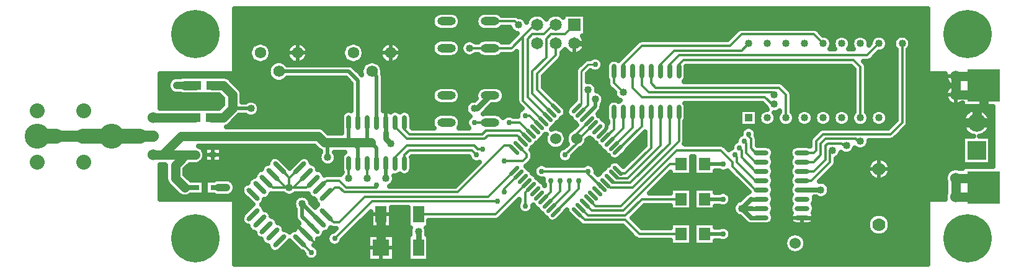
<source format=gbr>
G04 DipTrace 3.3.0.0*
G04 Top.gbr*
%MOIN*%
G04 #@! TF.FileFunction,Copper,L1,Top*
G04 #@! TF.Part,Single*
%AMOUTLINE0*
4,1,16,
-0.025055,-0.011135,
-0.027386,-0.014844,
-0.027875,-0.019197,
-0.026429,-0.023332,
-0.023332,-0.026429,
-0.019197,-0.027875,
-0.014844,-0.027386,
-0.011135,-0.025055,
0.025055,0.011135,
0.027386,0.014844,
0.027875,0.019197,
0.026429,0.023332,
0.023332,0.026429,
0.019197,0.027875,
0.014844,0.027386,
0.011135,0.025055,
-0.025055,-0.011135,
0*%
%AMOUTLINE3*
4,1,16,
0.011135,-0.025055,
0.014844,-0.027386,
0.019197,-0.027875,
0.023332,-0.026429,
0.026429,-0.023332,
0.027875,-0.019197,
0.027386,-0.014844,
0.025055,-0.011135,
-0.011135,0.025055,
-0.014844,0.027386,
-0.019197,0.027875,
-0.023332,0.026429,
-0.026429,0.023332,
-0.027875,0.019197,
-0.027386,0.014844,
-0.025055,0.011135,
0.011135,-0.025055,
0*%
%AMOUTLINE6*
4,1,16,
-0.014849,0.03182,
-0.019371,0.034661,
-0.024678,0.035259,
-0.029719,0.033495,
-0.033495,0.029719,
-0.035259,0.024678,
-0.034661,0.019371,
-0.03182,0.014849,
0.014849,-0.03182,
0.019371,-0.034661,
0.024678,-0.035259,
0.029719,-0.033495,
0.033495,-0.029719,
0.035259,-0.024678,
0.034661,-0.019371,
0.03182,-0.014849,
-0.014849,0.03182,
0*%
%AMOUTLINE9*
4,1,16,
-0.03182,-0.014849,
-0.034661,-0.019371,
-0.035259,-0.024678,
-0.033495,-0.029719,
-0.029719,-0.033495,
-0.024678,-0.035259,
-0.019371,-0.034661,
-0.014849,-0.03182,
0.03182,0.014849,
0.034661,0.019371,
0.035259,0.024678,
0.033495,0.029719,
0.029719,0.033495,
0.024678,0.035259,
0.019371,0.034661,
0.014849,0.03182,
-0.03182,-0.014849,
0*%
%AMOUTLINE12*
4,1,8,
-0.034421,0.018741,
-0.034421,0.027927,
-0.027927,0.034421,
-0.018741,0.034421,
0.034421,-0.018741,
0.034421,-0.027927,
0.027927,-0.034421,
0.018741,-0.034421,
-0.034421,0.018741,
0*%
G04 #@! TA.AperFunction,Conductor*
%ADD14C,0.013*%
G04 #@! TA.AperFunction,CopperBalancing*
%ADD15C,0.02*%
G04 #@! TA.AperFunction,ViaPad*
%ADD16C,0.04*%
G04 #@! TA.AperFunction,Conductor*
%ADD17C,0.027*%
%ADD18C,0.05*%
G04 #@! TA.AperFunction,ViaPad*
%ADD19C,0.03*%
G04 #@! TA.AperFunction,CopperBalancing*
%ADD20C,0.025*%
G04 #@! TA.AperFunction,Conductor*
%ADD21C,0.024*%
%ADD22C,0.05121*%
%ADD23C,0.021*%
G04 #@! TA.AperFunction,ViaPad*
%ADD24C,0.08*%
%ADD25C,0.06*%
G04 #@! TA.AperFunction,Conductor*
%ADD26C,0.01*%
%ADD31R,0.06X0.05*%
%ADD34R,0.036X0.027*%
G04 #@! TA.AperFunction,ComponentPad*
%ADD35C,0.065*%
%ADD36R,0.065X0.065*%
%ADD37C,0.06*%
%ADD38R,0.175X0.175*%
%ADD39R,0.098425X0.098425*%
%ADD40C,0.098425*%
%ADD41C,0.04*%
%ADD42R,0.04X0.04*%
%ADD44R,0.06X0.065*%
G04 #@! TA.AperFunction,ComponentPad*
%ADD45C,0.062*%
%ADD47O,0.024X0.08*%
G04 #@! TA.AperFunction,ComponentPad*
%ADD48C,0.07*%
%ADD49O,0.1X0.045*%
%ADD50O,0.08X0.024*%
%ADD51R,0.059055X0.090551*%
%ADD52R,0.090551X0.090551*%
G04 #@! TA.AperFunction,ViaPad*
%ADD55C,0.259801*%
%ADD57C,0.135*%
%ADD123OUTLINE0*%
%ADD126OUTLINE3*%
%ADD129OUTLINE6*%
%ADD132OUTLINE9*%
%ADD135OUTLINE12*%
%FSLAX26Y26*%
G04*
G70*
G90*
G75*
G01*
G04 Top*
%LPD*%
X2150000Y331102D2*
D14*
X2564730D1*
X2732748Y499121D1*
X2866373Y877728D2*
Y883627D1*
X2987500Y1350000D2*
X2937500Y1300000D1*
X2862500D1*
X2837500Y1275000D1*
Y1175000D1*
X2762500Y1100000D1*
Y981601D1*
X2866373Y877728D1*
X2888646Y900000D2*
X2787500Y1001146D1*
Y1087500D1*
X2887500Y1187500D1*
Y1250000D1*
X3250000Y880000D2*
Y793663D1*
X3178169Y721832D1*
X3350000Y880000D2*
Y804577D1*
X3222711Y677289D1*
X3400000Y880000D2*
Y687500D1*
X3262500Y550000D1*
X3238646D1*
X3222711Y565934D1*
X3500000Y880000D2*
Y712500D1*
X3287500Y500000D1*
X3199559D1*
X3178168Y521391D1*
X3550000Y880000D2*
Y725000D1*
X3300000Y475000D1*
X3180018D1*
X3155898Y499121D1*
X1925000Y825000D2*
D15*
Y1075000D1*
X1900000Y1100000D1*
X3200000D2*
D14*
Y1037500D1*
X3250000Y987500D1*
Y1100000D2*
Y1137500D1*
X3350000Y1237500D1*
X3825000D1*
X3887500Y1300000D1*
X4275000D1*
X4325000Y1250000D1*
X4062500Y925000D2*
X4050000D1*
X4012500Y962500D1*
X3350000D1*
X3300000Y1012500D1*
Y1100000D1*
X3350000D2*
Y1025000D1*
X3387500Y987500D1*
X4050000D1*
X4062500Y975000D1*
X3400000Y1100000D2*
Y1037500D1*
X3425000Y1012500D1*
X4087500D1*
X4125000Y975000D1*
Y850000D1*
X3450000Y1100000D2*
Y1137500D1*
X3525000Y1212500D1*
X3887500D1*
X3925000Y1250000D1*
X3500000Y1100000D2*
Y1137500D1*
X3550000Y1187500D1*
X4562500D1*
X4625000Y1250000D1*
X3550000Y1100000D2*
Y1137500D1*
X3575000Y1162500D1*
X4487500D1*
X4525000Y1125000D1*
Y850000D1*
X1975000Y525000D2*
D15*
Y605000D1*
X1118751Y475000D2*
D16*
X1073751D1*
D17*
X1050000D1*
X950000Y1025000D2*
D18*
X895000D1*
D16*
X850000D1*
X1456249Y475000D2*
D14*
X1366421D1*
X1332188Y509234D1*
X1456249Y475000D2*
X1437133D1*
X1367543Y544589D1*
X1456249Y475000D2*
X1548269D1*
X1583210Y509941D1*
X1456249Y475000D2*
X1477558D1*
X1547854Y545297D1*
X1456249Y475000D2*
Y528008D1*
X1403605Y580652D1*
X1456249Y475000D2*
Y524402D1*
X1512500Y580652D1*
X2150000Y150000D2*
D19*
Y237500D1*
X2535000Y1370000D2*
D14*
X2667500D1*
X2687500Y1350000D1*
X2450000Y900000D2*
D19*
X2465000D1*
X2535000Y970000D1*
X2725000Y375000D2*
D14*
Y446831D1*
X2755018Y476849D1*
X3887500Y362500D2*
D20*
X3940000D1*
D21*
X3992500D1*
Y412500D2*
X3937500D1*
D20*
X3887500Y362500D1*
X3992500Y312500D2*
D21*
X3937500D1*
D20*
X3887500Y362500D1*
X5037500Y525000D2*
D22*
X5137500D1*
X5187500Y475000D1*
X5037500Y425000D2*
X5137500D1*
X5187500Y475000D1*
X5037500Y525000D2*
D18*
Y425000D1*
X1475000Y325000D2*
D15*
Y295710D1*
X1547854Y222856D1*
X2075000Y187500D2*
D14*
Y137500D1*
X2012500Y75000D1*
X1695710D1*
X1547854Y222856D1*
X1975000Y825000D2*
D21*
Y770000D1*
D19*
Y737500D1*
X2000000Y712500D1*
X3150000Y875000D2*
D23*
X3162500Y862500D1*
Y795247D1*
X3133627Y766374D1*
X3150000Y875000D2*
D19*
Y1162500D1*
X3062500Y1250000D1*
X2987500D1*
X1949214Y150000D2*
D18*
Y331102D1*
X4212500Y312500D2*
D21*
X4267500D1*
D19*
X4312500D1*
X5037500Y1075000D2*
D22*
X5137500D1*
X5187500Y1025000D1*
X5037500Y975000D2*
X5137500D1*
X5187500Y1025000D1*
X5150000Y887500D2*
Y825000D1*
X5187500Y912500D2*
Y1025000D1*
X5075000Y825000D2*
X5150000D1*
X5212500D2*
X5150000D1*
X5037500Y1075000D2*
D18*
Y975000D1*
X4750000Y1250000D2*
D14*
Y825000D1*
X4687500Y762500D1*
X4325000D1*
X4287500Y725000D1*
Y675000D1*
X4275000Y662500D1*
X4212500D1*
Y612500D2*
X4275000D1*
X4312500Y650000D1*
Y712500D1*
X4337500Y737500D1*
X4500000D1*
X4512500Y725000D1*
X4525000D1*
X4212500Y562500D2*
X4275000D1*
X4337500Y625000D1*
Y700000D1*
X4350000Y712500D1*
X4425000D1*
X4437500Y700000D1*
X4450000D1*
X4212500Y512500D2*
X4262500D1*
X4362500Y612500D1*
Y675000D1*
X4375000D1*
X2862500Y512500D2*
Y450705D1*
X2821832Y410037D1*
X3992500Y662500D2*
X3962500D1*
X3937500Y687500D1*
Y737500D1*
X3925000Y750000D1*
Y762500D1*
X2912500Y512500D2*
Y456163D1*
X2844102Y387765D1*
X3992500Y612500D2*
X3962500D1*
X3912500Y662500D1*
Y712500D1*
X3900000Y725000D1*
X2962500Y512500D2*
Y461619D1*
X2866374Y365495D1*
X3992500Y562500D2*
X3962500D1*
X3887500Y637500D1*
Y675000D1*
X3875000Y687500D1*
X3012500Y512500D2*
Y467077D1*
X2888646Y343223D1*
X3992500Y512500D2*
X3962500D1*
X3862500Y612500D1*
Y637500D1*
X3850000Y650000D1*
X3066814Y410037D2*
Y408186D1*
X3100000Y375000D1*
X3237500D1*
X3537500Y675000D1*
X3775000D1*
X3837500Y612500D1*
Y587500D1*
X3962500Y462500D1*
X3992500D1*
X3200000Y880000D2*
Y788205D1*
X3155898Y744102D1*
X100000Y750000D2*
D24*
X205000D1*
D25*
X300000D1*
X500000D2*
D24*
X345000D1*
D25*
X300000D1*
X500000D2*
D24*
X655000D1*
D25*
X725000D1*
X3300000Y880000D2*
D14*
Y799119D1*
X3200440Y699560D1*
X3062500Y1000000D2*
Y917958D1*
X3022272Y877728D1*
X3100000Y1137500D2*
D26*
X3062500D1*
X3025000Y1100000D1*
Y925000D1*
X3000000Y900000D1*
X3450000Y880000D2*
D14*
Y700000D1*
X3275000Y525000D1*
X3219104D1*
X3200440Y543663D1*
X4212500Y462500D2*
D20*
X4312500D1*
X3687500Y225000D2*
D15*
X3787500D1*
X3687500Y412500D2*
X3787500D1*
X3687500Y600000D2*
X3787500D1*
X1825000Y825000D2*
Y1050000D1*
X1775000Y1100000D1*
X1400000D1*
X1775000Y525000D2*
D14*
Y605000D1*
X1875000Y525000D2*
Y605000D1*
X1654629Y329629D2*
Y326619D1*
X1693748Y287500D1*
X1725000D1*
X1862500Y425000D1*
X2525000D1*
X2665934Y565934D1*
X1654629Y438524D2*
X1663524D1*
X1700000Y475000D1*
X1725000D1*
X1750000Y450000D1*
X2362500D1*
X2612500Y700000D1*
X2643223D1*
X2665934Y677289D1*
X1618566Y474585D2*
X1656480Y512500D1*
X1725000D1*
X1762500Y475000D1*
X1925000D1*
Y487500D1*
X2612500Y450000D2*
Y467957D1*
X2688206Y543663D1*
X2575000Y400000D2*
X1900000D1*
X1700000Y200000D1*
X2937500Y650000D2*
X3000000Y712500D1*
Y737500D1*
X3015669D1*
X3089085Y810916D1*
X3000000Y737500D2*
Y766373D1*
X3066814Y833186D1*
X1575000Y125000D2*
X1512500Y187500D1*
X2025000Y825000D2*
Y800000D1*
X2087500Y737500D1*
X2506251D1*
X2525000Y756249D1*
X2681251D1*
X2710476Y727024D1*
Y721832D1*
X2075000Y825000D2*
Y787500D1*
X2100000Y762500D1*
X2493751D1*
X2512500Y781249D1*
X2693751D1*
X2730898Y744102D1*
X2732748D1*
X2075000Y605000D2*
Y650000D1*
X2100000Y675000D1*
X2437500D1*
X2462500Y650000D1*
X2725000Y862500D2*
X2747976D1*
X2799560Y810916D1*
X2637500Y825000D2*
X2696392D1*
X2755018Y766374D1*
X2493751Y681251D2*
X2468749D1*
X2450000Y700000D1*
X2087500D1*
X2025000Y637500D1*
Y605000D1*
X725000Y850000D2*
D18*
X947500D1*
X1875000Y825000D2*
D15*
Y737500D1*
X1894650Y717850D1*
X1925000Y687500D1*
Y605000D1*
X725000Y650000D2*
D18*
X775566D1*
X898894D1*
X950000D1*
X954000Y475000D2*
D17*
X893751D1*
D18*
X843751Y525000D1*
Y594857D1*
X898894Y650000D1*
X1583210Y258211D2*
D15*
Y260541D1*
X1525000Y318751D1*
Y387500D1*
X3133627Y476849D2*
D14*
X3123151D1*
X1662500Y637500D2*
D15*
Y700000D1*
X1644861Y717639D1*
X1637500Y725000D1*
D18*
X1612500Y750000D1*
X875566D1*
X775566Y650000D1*
X1775000Y750000D2*
D15*
Y737585D1*
X1794946Y717639D1*
X1825000Y687585D1*
Y605000D1*
X1775000Y750000D2*
Y825000D1*
X1644861Y717639D2*
D18*
X1794946D1*
X1894650Y717850D2*
X1794946Y717639D1*
X3062500Y562500D2*
D14*
X2812500D1*
X3062500D2*
Y547976D1*
X3133627Y476849D1*
X1618566Y293567D2*
D15*
Y293934D1*
X1525000Y387500D1*
X2887500Y1350000D2*
D14*
X2875000D1*
X2825000Y1300000D1*
X2762500D1*
X2737500Y1275000D1*
Y962059D1*
X2844102Y855457D1*
X1037500Y850000D2*
D18*
X1100000D1*
X1150000Y900000D1*
Y975000D1*
X1100000Y1025000D1*
X1040000D1*
X1250000Y900000D2*
D15*
X1150000D1*
X3100000Y950000D2*
Y910915D1*
X3044543Y855458D1*
X3562500Y225000D2*
D14*
X3337500D1*
X3262500Y300000D1*
X3043223D1*
X3000000Y343223D1*
X3562500Y412500D2*
X3350000D1*
X3262500Y325000D1*
X3062765D1*
X3022272Y365495D1*
X3562500Y600000D2*
X3500000D1*
X3250000Y350000D1*
X3082308D1*
X3044543Y387765D1*
X2787500Y1350000D2*
X2775000D1*
X2712500Y1287500D1*
Y942518D1*
X2821832Y833186D1*
X2535000Y1225000D2*
X2650000D1*
X2712500Y1287500D1*
X2535000Y1225000D2*
X2425000D1*
X2450000Y825000D2*
X2535000D1*
X2612500Y618751D2*
X2712500D1*
X2731249Y637500D1*
Y656516D1*
X2688206Y699560D1*
D19*
X3925000Y762500D3*
X3900000Y725000D3*
X3875000Y687500D3*
X3850000Y650000D3*
D16*
X850000Y1025000D3*
D55*
X950000Y1300000D3*
D16*
X1975000Y525000D3*
X1118751Y475000D3*
X1125000Y650000D3*
X1456249Y475000D3*
X2150000Y237500D3*
X2075000Y187500D3*
D19*
X2862500Y512500D3*
X2912500D3*
X2962500D3*
X3012500D3*
X3787500Y600000D3*
Y412500D3*
Y225000D3*
D16*
X2687500Y1350000D3*
D19*
X1925000Y487500D3*
X2612500Y450000D3*
D16*
X1525000Y387500D3*
X2000000Y712500D3*
D19*
X2575000Y400000D3*
X2812500Y562500D3*
X2937500Y650000D3*
X2462500D3*
D16*
X4062500Y975000D3*
Y925000D3*
X3250000Y987500D3*
X4750000Y1250000D3*
X1775000Y525000D3*
X1875000D3*
D19*
X2450000Y825000D3*
X2725000Y862500D3*
X3062500Y562500D3*
D25*
X2887500Y737500D3*
X3000000D3*
D19*
X2493751Y681251D3*
X2637500Y825000D3*
D16*
X2450000Y900000D3*
X2425000Y1225000D3*
D19*
X3100000Y1137500D3*
D16*
X1662500Y637500D3*
X1250000Y900000D3*
X3100000Y950000D3*
X2137500Y1137500D3*
D19*
X2612500Y618751D3*
D16*
X3500000Y512500D3*
X3062500Y1000000D3*
X1475000Y325000D3*
D19*
X1575000Y125000D3*
X1700000Y200000D3*
D16*
X3150000Y875000D3*
D57*
X500000Y750000D3*
X100000D3*
D55*
X950000Y200000D3*
X5100000D3*
D16*
X3887500Y362500D3*
X4312500Y312500D3*
D24*
X100000Y887500D3*
X350000Y612500D3*
D16*
X4312500Y462500D3*
X4525000Y725000D3*
D19*
X2725000Y375000D3*
D55*
X5100000Y1300000D3*
D25*
X4025000Y175000D3*
X4175000D3*
D24*
X350000Y887500D3*
X100000Y612500D3*
D16*
X4450000Y700000D3*
X4375000Y675000D3*
X2562500Y1050000D3*
X1164983Y1412631D2*
D20*
X2245839D1*
X2354149D2*
X2480844D1*
X2589155D2*
X4885013D1*
X1164983Y1387762D2*
X2224344D1*
X2375680D2*
X2459349D1*
X2717118D2*
X2739677D1*
X3049011D2*
X4885013D1*
X1164983Y1362894D2*
X2221509D1*
X2378479D2*
X2456515D1*
X3049011D2*
X4885013D1*
X1164983Y1338025D2*
X2232884D1*
X2367139D2*
X2467854D1*
X3049011D2*
X4885013D1*
X1164983Y1313156D2*
X2656641D1*
X3049011D2*
X3851476D1*
X4311021D2*
X4885013D1*
X1164983Y1288287D2*
X2664105D1*
X3034872D2*
X3826609D1*
X4353903D2*
X4396127D1*
X4453876D2*
X4496100D1*
X4553886D2*
X4596109D1*
X4653895D2*
X4721130D1*
X4778879D2*
X4885013D1*
X1164983Y1263419D2*
X2239595D1*
X2360429D2*
X2396301D1*
X2453692D2*
X2474600D1*
X2595399D2*
X2639237D1*
X3047467D2*
X3327065D1*
X4672016D2*
X4702972D1*
X4797037D2*
X4885013D1*
X1164983Y1238550D2*
X1254825D1*
X1345158D2*
X1454843D1*
X1545176D2*
X1754835D1*
X1845168D2*
X1954854D1*
X2045150D2*
X2222909D1*
X3047862D2*
X3301874D1*
X4672555D2*
X4702434D1*
X4797575D2*
X4885013D1*
X1164983Y1213681D2*
X1241655D1*
X1358363D2*
X1441638D1*
X1558346D2*
X1741666D1*
X1858337D2*
X1941648D1*
X2058356D2*
X2222334D1*
X3036487D2*
X3277007D1*
X4656550D2*
X4714491D1*
X4785482D2*
X4885013D1*
X1164983Y1188812D2*
X1241081D1*
X1358901D2*
X1441100D1*
X1558884D2*
X1741092D1*
X1858911D2*
X1941110D1*
X2058894D2*
X2236975D1*
X2363048D2*
X2393287D1*
X2456706D2*
X2471981D1*
X2598054D2*
X2676987D1*
X2922985D2*
X3252139D1*
X4612987D2*
X4714491D1*
X4785482D2*
X4885013D1*
X1164983Y1163944D2*
X1252708D1*
X1347275D2*
X1452726D1*
X1547293D2*
X1752718D1*
X1847285D2*
X1952701D1*
X2047303D2*
X2676987D1*
X2913117D2*
X3042898D1*
X3134487D2*
X3183708D1*
X3216303D2*
X3227271D1*
X4588119D2*
X4714491D1*
X4785482D2*
X4885013D1*
X1164983Y1139075D2*
X1355301D1*
X1444700D2*
X1855311D1*
X1944675D2*
X2676987D1*
X2888249D2*
X3017026D1*
X3143960D2*
X3160634D1*
X4557331D2*
X4714491D1*
X4785482D2*
X4885013D1*
X1164983Y1114206D2*
X1341772D1*
X1814917D2*
X1841783D1*
X1958203D2*
X2676987D1*
X2863382D2*
X2994383D1*
X3136855D2*
X3158983D1*
X3591005D2*
X4486627D1*
X4560488D2*
X4714491D1*
X4785482D2*
X4885013D1*
X1159026Y1089337D2*
X1340983D1*
X1961074D2*
X2676987D1*
X2838514D2*
X2991010D1*
X3061391D2*
X3158983D1*
X3591005D2*
X4489497D1*
X4560488D2*
X4714491D1*
X4785482D2*
X4890970D1*
X765018Y1064469D2*
X822923D1*
X1135594D2*
X1352286D1*
X1964016D2*
X2676987D1*
X2823012D2*
X2991010D1*
X3058986D2*
X3159737D1*
X3590252D2*
X4489497D1*
X4560488D2*
X4714491D1*
X4785482D2*
X4979496D1*
X765018Y1039600D2*
X803366D1*
X1160749D2*
X1781282D1*
X1964016D2*
X2676987D1*
X2823012D2*
X2991010D1*
X3089380D2*
X3164510D1*
X4108814D2*
X4489497D1*
X4560488D2*
X4714491D1*
X4785482D2*
X4990979D1*
X765018Y1014731D2*
X802146D1*
X1185616D2*
X1785983D1*
X1964016D2*
X2250001D1*
X2349987D2*
X2485007D1*
X2584992D2*
X2676987D1*
X2823084D2*
X2991010D1*
X3109117D2*
X3173624D1*
X4134435D2*
X4489497D1*
X4560488D2*
X4714491D1*
X4785482D2*
X4994818D1*
X765018Y989862D2*
X817038D1*
X1201800D2*
X1785983D1*
X1964016D2*
X2225205D1*
X2374783D2*
X2460211D1*
X2609788D2*
X2676987D1*
X2847951D2*
X2991010D1*
X3126449D2*
X3198456D1*
X4156971D2*
X4489497D1*
X4560488D2*
X4714491D1*
X4785482D2*
X4980501D1*
X765018Y964993D2*
X1084662D1*
X1203989D2*
X1785983D1*
X1964016D2*
X2221258D1*
X2378730D2*
X2456263D1*
X2613735D2*
X2676987D1*
X2872819D2*
X2991010D1*
X3146508D2*
X3206817D1*
X4160487D2*
X4489497D1*
X4560488D2*
X4714491D1*
X4785482D2*
X4979388D1*
X765018Y940125D2*
X1096002D1*
X1203989D2*
X1224000D1*
X1276009D2*
X1785983D1*
X1964016D2*
X2231162D1*
X2368826D2*
X2424004D1*
X2603831D2*
X2677095D1*
X2902424D2*
X2986237D1*
X3147943D2*
X3176280D1*
X4160487D2*
X4489497D1*
X4560488D2*
X4714491D1*
X4785482D2*
X4990548D1*
X765018Y915256D2*
X1089937D1*
X1296427D2*
X1785983D1*
X1964016D2*
X2403585D1*
X2541429D2*
X2690587D1*
X2927291D2*
X2961369D1*
X3139008D2*
X3159701D1*
X3590323D2*
X4010587D1*
X4160487D2*
X4489497D1*
X4560488D2*
X4714491D1*
X4785482D2*
X5071001D1*
X1298006Y890387D2*
X1763304D1*
X1986695D2*
X2013309D1*
X2036682D2*
X2063296D1*
X2086704D2*
X2402007D1*
X2516561D2*
X2691771D1*
X3132692D2*
X3158983D1*
X3591005D2*
X3875985D1*
X3973997D2*
X3999463D1*
X4160487D2*
X4199445D1*
X4250557D2*
X4299455D1*
X4350530D2*
X4399464D1*
X4450539D2*
X4489497D1*
X4560488D2*
X4599446D1*
X4650558D2*
X4714491D1*
X4785482D2*
X5109325D1*
X5190686D2*
X5234991D1*
X1283688Y865518D2*
X1736104D1*
X2113905D2*
X2242430D1*
X2357558D2*
X2416288D1*
X2592564D2*
X2626032D1*
X2648974D2*
X2681114D1*
X3120671D2*
X3158983D1*
X3591005D2*
X3875985D1*
X4671335D2*
X4714491D1*
X4785482D2*
X5083524D1*
X5216451D2*
X5234991D1*
X1165988Y840650D2*
X1733987D1*
X2115986D2*
X2223554D1*
X2376433D2*
X2409076D1*
X2917961D2*
X2970699D1*
X3144319D2*
X3160706D1*
X3589283D2*
X3875985D1*
X4673057D2*
X4714491D1*
X4785482D2*
X5073405D1*
X5226571D2*
X5234991D1*
X1141120Y815781D2*
X1733987D1*
X2115986D2*
X2221868D1*
X2378120D2*
X2407030D1*
X2893883D2*
X2994742D1*
X3585515D2*
X3875985D1*
X3973997D2*
X3991030D1*
X4058971D2*
X4091003D1*
X4158980D2*
X4191013D1*
X4258989D2*
X4291022D1*
X4358999D2*
X4391031D1*
X4458972D2*
X4491004D1*
X4558981D2*
X4591014D1*
X4658990D2*
X4691597D1*
X4784190D2*
X5072364D1*
X1646298Y790912D2*
X1734489D1*
X2908416D2*
X2975364D1*
X3585515D2*
X3892241D1*
X3957742D2*
X4305699D1*
X4765064D2*
X5079900D1*
X5220111D2*
X5234991D1*
X2938774Y766043D2*
X2948738D1*
X3585515D2*
X3881153D1*
X3968866D2*
X4279360D1*
X4740196D2*
X5099995D1*
X5200016D2*
X5234991D1*
X2819244Y741175D2*
X2828634D1*
X3335761D2*
X3364492D1*
X3585515D2*
X3859299D1*
X3972777D2*
X4256250D1*
X4715329D2*
X5071790D1*
X2792833Y716306D2*
X2832617D1*
X3054860D2*
X3095827D1*
X3310893D2*
X3364492D1*
X3584331D2*
X3842613D1*
X3972992D2*
X4252016D1*
X4573191D2*
X5071790D1*
X983086Y691437D2*
X1595725D1*
X2765023D2*
X2852281D1*
X3035231D2*
X3123638D1*
X3286026D2*
X3354768D1*
X3807746D2*
X3831202D1*
X4048385D2*
X4156600D1*
X4559699D2*
X5071790D1*
X1092999Y666568D2*
X1623499D1*
X2765167D2*
X2896957D1*
X3003222D2*
X3146819D1*
X3265895D2*
X3329900D1*
X4061268D2*
X4143717D1*
X4484809D2*
X5071790D1*
X1092999Y641699D2*
X1370336D1*
X1389252D2*
X1526863D1*
X1545758D2*
X1613703D1*
X1711320D2*
X1734991D1*
X2115878D2*
X2419339D1*
X2766746D2*
X2894338D1*
X2980651D2*
X3170287D1*
X3241027D2*
X3305032D1*
X4055383D2*
X4149602D1*
X4409954D2*
X5071790D1*
X1092999Y616831D2*
X1341808D1*
X1424390D2*
X1491732D1*
X1574314D2*
X1618332D1*
X1706655D2*
X1733987D1*
X2115986D2*
X2435056D1*
X2759461D2*
X2910055D1*
X2964934D2*
X3186686D1*
X3222582D2*
X3280164D1*
X4061268D2*
X4143753D1*
X4398005D2*
X4577414D1*
X4672591D2*
X5071790D1*
X765018Y591962D2*
X789766D1*
X916198D2*
X1311773D1*
X1449258D2*
X1466865D1*
X1604206D2*
X1650592D1*
X1674395D2*
X1733987D1*
X2115986D2*
X2455295D1*
X2734270D2*
X2780764D1*
X3094225D2*
X3159629D1*
X4055562D2*
X4149423D1*
X4390828D2*
X4563383D1*
X4686621D2*
X5234991D1*
X765018Y567093D2*
X789766D1*
X897754D2*
X1289561D1*
X1627387D2*
X1735314D1*
X2114694D2*
X2430427D1*
X2754509D2*
X2768743D1*
X3106246D2*
X3134152D1*
X4061232D2*
X4143789D1*
X4366247D2*
X4561517D1*
X4688487D2*
X4997294D1*
X765018Y542224D2*
X789766D1*
X901844D2*
X1269250D1*
X2044002D2*
X2055975D1*
X2094025D2*
X2405559D1*
X3491391D2*
X3503508D1*
X3746491D2*
X3833606D1*
X4055741D2*
X4149279D1*
X4341379D2*
X4570452D1*
X4679552D2*
X4981182D1*
X765018Y517356D2*
X790304D1*
X926712D2*
X1052043D1*
X1140438D2*
X1238175D1*
X2023369D2*
X2380691D1*
X2804137D2*
X2818801D1*
X3466523D2*
X3858474D1*
X4061196D2*
X4143825D1*
X4316512D2*
X4601061D1*
X4648943D2*
X4979029D1*
X765018Y492487D2*
X801321D1*
X1164337D2*
X1212410D1*
X2010737D2*
X2355824D1*
X3441655D2*
X3883342D1*
X4055885D2*
X4149100D1*
X4350530D2*
X4983515D1*
X765018Y467618D2*
X825794D1*
X1167172D2*
X1197590D1*
X3416788D2*
X3503508D1*
X3746491D2*
X3908209D1*
X4061160D2*
X4143825D1*
X4361223D2*
X4983515D1*
X765018Y442749D2*
X850661D1*
X1154756D2*
X1202542D1*
X3818403D2*
X3910398D1*
X4056064D2*
X4148956D1*
X4357097D2*
X4981362D1*
X765018Y417881D2*
X1225185D1*
X1343040D2*
X1487283D1*
X1562688D2*
X1573548D1*
X3831142D2*
X3885243D1*
X4061124D2*
X4143861D1*
X4281130D2*
X4296907D1*
X4328102D2*
X4978958D1*
X1164983Y393012D2*
X1250052D1*
X1318747D2*
X1476338D1*
X1573668D2*
X1597340D1*
X2675815D2*
X2685091D1*
X3826657D2*
X3849898D1*
X4056208D2*
X4148813D1*
X4276214D2*
X4885013D1*
X1164983Y368143D2*
X1243055D1*
X1322479D2*
X1480214D1*
X2650947D2*
X2681580D1*
X3354816D2*
X3503508D1*
X3746491D2*
X3838845D1*
X4061088D2*
X4143933D1*
X4281094D2*
X4885013D1*
X1164983Y343274D2*
X1218187D1*
X1351007D2*
X1485991D1*
X2007759D2*
X2091465D1*
X2626079D2*
X2695754D1*
X2754258D2*
X2798850D1*
X2940533D2*
X2948128D1*
X3329948D2*
X3842649D1*
X4056351D2*
X4148633D1*
X4276357D2*
X4885013D1*
X1164983Y318406D2*
X1199097D1*
X1370348D2*
X1485991D1*
X1867560D2*
X1890693D1*
X2007759D2*
X2091465D1*
X2601212D2*
X2823933D1*
X2917710D2*
X2970914D1*
X3305080D2*
X3870244D1*
X4061052D2*
X4143968D1*
X4281058D2*
X4578921D1*
X4671083D2*
X4885013D1*
X1164983Y293537D2*
X1199635D1*
X1394534D2*
X1496110D1*
X1842692D2*
X1890693D1*
X2007759D2*
X2091465D1*
X2208531D2*
X2850128D1*
X2890618D2*
X2998043D1*
X3318142D2*
X3898808D1*
X4056495D2*
X4148490D1*
X4276501D2*
X4563849D1*
X4686155D2*
X4885013D1*
X1164983Y268668D2*
X1227840D1*
X1425108D2*
X1490799D1*
X1817824D2*
X1890693D1*
X2007759D2*
X2091465D1*
X2208531D2*
X3030375D1*
X3343010D2*
X3503508D1*
X3746491D2*
X4561337D1*
X4688667D2*
X4885013D1*
X1164983Y243799D2*
X1244132D1*
X1449329D2*
X1466793D1*
X1671991D2*
X1694622D1*
X1792956D2*
X2101441D1*
X2198555D2*
X3269543D1*
X3827016D2*
X4569519D1*
X4680485D2*
X4885013D1*
X1164983Y218930D2*
X1271762D1*
X1644073D2*
X1660567D1*
X1768089D2*
X1874940D1*
X2023476D2*
X2091465D1*
X2208531D2*
X3294410D1*
X3831070D2*
X4136971D1*
X4213022D2*
X4597222D1*
X4652782D2*
X4885013D1*
X1164983Y194062D2*
X1303735D1*
X1611777D2*
X1656441D1*
X1743580D2*
X1874940D1*
X2023476D2*
X2091465D1*
X2208531D2*
X3323512D1*
X3817650D2*
X4119316D1*
X4230677D2*
X4885013D1*
X1164983Y169193D2*
X1318986D1*
X1442260D2*
X1473862D1*
X1597280D2*
X1669682D1*
X1730303D2*
X1874940D1*
X2023476D2*
X2091465D1*
X2208531D2*
X3503508D1*
X3746491D2*
X4116302D1*
X4233691D2*
X4885013D1*
X1164983Y144324D2*
X1344787D1*
X1417392D2*
X1498730D1*
X1614217D2*
X1874940D1*
X2023476D2*
X2091465D1*
X2208531D2*
X4125058D1*
X4224935D2*
X4885013D1*
X1164983Y119455D2*
X1531384D1*
X1618631D2*
X1874940D1*
X2023476D2*
X2091465D1*
X2208531D2*
X4162162D1*
X4187831D2*
X4885013D1*
X1164983Y94587D2*
X1544267D1*
X1605749D2*
X1874940D1*
X2023476D2*
X2091465D1*
X2208531D2*
X4885013D1*
X1164983Y69718D2*
X4885013D1*
X982472Y690000D2*
X994500D1*
Y675897D1*
X997580Y669708D1*
X1000077Y662022D1*
X1001341Y654041D1*
Y645959D1*
X1000077Y637978D1*
X997580Y630292D1*
X994505Y624153D1*
X994500Y610000D1*
X982407D1*
X976909Y606089D1*
X969708Y602420D1*
X962022Y599923D1*
X954041Y598659D1*
X922441Y598500D1*
X920252D1*
X895244Y573519D1*
X895251Y546306D1*
X926575Y515008D1*
X998500Y515000D1*
Y435000D1*
X926193D1*
X920659Y431089D1*
X913459Y427420D1*
X905773Y424923D1*
X897791Y423659D1*
X889710D1*
X881728Y424923D1*
X874042Y427420D1*
X866842Y431089D1*
X860304Y435839D1*
X837847Y458071D1*
X804590Y491553D1*
X799840Y498091D1*
X796171Y505292D1*
X793674Y512978D1*
X792409Y520959D1*
X792251Y552559D1*
Y594873D1*
X788657Y598500D1*
X762468D1*
X762500Y412495D1*
X1151955Y412346D1*
X1154784Y411549D1*
X1157347Y410113D1*
X1159505Y408118D1*
X1161138Y405675D1*
X1162155Y402918D1*
X1162500Y400000D1*
Y62509D1*
X4887517Y62500D1*
X4887654Y401955D1*
X4888451Y404784D1*
X4889887Y407347D1*
X4891882Y409505D1*
X4894325Y411138D1*
X4897082Y412155D1*
X4900000Y412500D1*
X4982426D1*
X4981174Y420567D1*
Y429433D1*
X4982561Y438190D1*
X4985301Y446622D1*
X4986005Y448148D1*
X4986000Y501756D1*
X4983765Y507541D1*
X4981696Y516161D1*
X4981000Y525000D1*
X4981696Y533839D1*
X4983765Y542459D1*
X4987158Y550650D1*
X4991791Y558210D1*
X4997548Y564952D1*
X5004290Y570709D1*
X5011850Y575342D1*
X5020041Y578735D1*
X5028661Y580804D1*
X5037500Y581500D1*
X5046339Y580804D1*
X5054959Y578735D1*
X5059326Y577105D1*
X5073492D1*
X5073500Y589000D1*
X5237527D1*
X5237500Y911027D1*
X5073500Y911000D1*
Y931461D1*
X5067643Y927212D1*
X5061190Y923706D1*
X5054337Y921067D1*
X5047199Y919339D1*
X5039898Y918551D1*
X5032556Y918717D1*
X5025297Y919834D1*
X5018245Y921882D1*
X5011518Y924829D1*
X5005230Y928622D1*
X4999487Y933200D1*
X4994386Y938484D1*
X4990014Y944384D1*
X4986444Y950802D1*
X4983737Y957629D1*
X4981938Y964749D1*
X4981077Y972042D1*
X4981170Y979385D1*
X4982215Y986655D1*
X4984194Y993727D1*
X4987073Y1000483D1*
X4990804Y1006808D1*
X4995324Y1012596D1*
X5000557Y1017749D1*
X5006414Y1022180D1*
X5011189Y1024999D1*
X5005230Y1028622D1*
X4999487Y1033200D1*
X4994386Y1038484D1*
X4990014Y1044384D1*
X4986444Y1050802D1*
X4983737Y1057629D1*
X4981938Y1064749D1*
X4981077Y1072042D1*
X4981170Y1079385D1*
X4982215Y1086655D1*
X4982408Y1087501D1*
X4898045Y1087654D1*
X4895216Y1088451D1*
X4892653Y1089887D1*
X4890495Y1091882D1*
X4888862Y1094325D1*
X4887845Y1097082D1*
X4887500Y1100000D1*
Y1437491D1*
X1162483Y1437500D1*
X1162346Y1098045D1*
X1161549Y1095216D1*
X1160113Y1092653D1*
X1158118Y1090495D1*
X1155675Y1088862D1*
X1152918Y1087845D1*
X1150000Y1087500D1*
X762487D1*
X762500Y901525D1*
X1078659Y901500D1*
X1098524Y921356D1*
X1098500Y953647D1*
X1078644Y973524D1*
X893500Y973536D1*
X886944Y974134D1*
X879086Y976021D1*
X872954Y978498D1*
X846352Y978643D1*
X839145Y979785D1*
X832205Y982040D1*
X825704Y985352D1*
X819801Y989641D1*
X814641Y994801D1*
X810352Y1000704D1*
X807040Y1007205D1*
X804785Y1014145D1*
X803643Y1021352D1*
Y1028648D1*
X804785Y1035855D1*
X807040Y1042795D1*
X810352Y1049296D1*
X814641Y1055199D1*
X819801Y1060359D1*
X825704Y1064648D1*
X832205Y1067960D1*
X839145Y1070215D1*
X846352Y1071357D1*
X872858Y1071500D1*
X879086Y1073979D1*
X886944Y1075866D1*
X895000Y1076500D1*
X1104041Y1076341D1*
X1112022Y1075077D1*
X1119708Y1072580D1*
X1126909Y1068911D1*
X1133447Y1064161D1*
X1155903Y1041929D1*
X1189161Y1008447D1*
X1193911Y1001909D1*
X1197580Y994708D1*
X1200077Y987022D1*
X1201341Y979041D1*
X1201500Y947441D1*
Y936496D1*
X1221158Y936500D1*
X1225704Y939648D1*
X1232205Y942960D1*
X1239145Y945215D1*
X1246352Y946357D1*
X1253648D1*
X1260855Y945215D1*
X1267795Y942960D1*
X1274296Y939648D1*
X1280199Y935359D1*
X1285359Y930199D1*
X1289648Y924296D1*
X1292960Y917795D1*
X1295215Y910855D1*
X1296357Y903648D1*
Y896352D1*
X1295215Y889145D1*
X1292960Y882205D1*
X1289648Y875704D1*
X1285359Y869801D1*
X1280199Y864641D1*
X1274296Y860352D1*
X1267795Y857040D1*
X1260855Y854785D1*
X1253648Y853643D1*
X1246352D1*
X1239145Y854785D1*
X1232205Y857040D1*
X1225704Y860352D1*
X1221246Y863502D1*
X1186306Y863500D1*
X1133447Y810839D1*
X1126909Y806089D1*
X1119693Y802415D1*
X1123597Y801500D1*
X1616541Y801341D1*
X1624522Y800077D1*
X1632208Y797580D1*
X1639409Y793911D1*
X1645947Y789161D1*
X1666196Y769136D1*
X1738483Y769139D1*
X1738384Y785103D1*
X1736974Y790977D1*
X1736500Y797012D1*
X1736619Y856021D1*
X1737564Y861988D1*
X1739431Y867733D1*
X1742173Y873116D1*
X1745724Y878004D1*
X1749996Y882276D1*
X1754884Y885827D1*
X1760267Y888569D1*
X1766012Y890436D1*
X1771979Y891381D1*
X1778021D1*
X1783988Y890436D1*
X1788504Y889023D1*
X1788500Y1034887D1*
X1759886Y1063495D1*
X1444399Y1063500D1*
X1440659Y1059341D1*
X1433798Y1053482D1*
X1426104Y1048767D1*
X1417768Y1045314D1*
X1408995Y1043208D1*
X1400000Y1042500D1*
X1391005Y1043208D1*
X1382232Y1045314D1*
X1373896Y1048767D1*
X1366202Y1053482D1*
X1359341Y1059341D1*
X1353482Y1066202D1*
X1348767Y1073896D1*
X1345314Y1082232D1*
X1343208Y1091005D1*
X1342500Y1100000D1*
X1343208Y1108995D1*
X1345314Y1117768D1*
X1348767Y1126104D1*
X1353482Y1133798D1*
X1359341Y1140659D1*
X1366202Y1146518D1*
X1373896Y1151233D1*
X1382232Y1154686D1*
X1391005Y1156792D1*
X1400000Y1157500D1*
X1408995Y1156792D1*
X1417768Y1154686D1*
X1426104Y1151233D1*
X1433798Y1146518D1*
X1440659Y1140659D1*
X1444389Y1136498D1*
X1777864Y1136388D1*
X1783521Y1135492D1*
X1788968Y1133722D1*
X1794071Y1131121D1*
X1798705Y1127755D1*
X1833288Y1093331D1*
X1845798Y1080821D1*
X1844089Y1086577D1*
X1842677Y1095489D1*
Y1104511D1*
X1844089Y1113423D1*
X1846877Y1122004D1*
X1850973Y1130044D1*
X1856277Y1137343D1*
X1862657Y1143723D1*
X1869956Y1149027D1*
X1877996Y1153123D1*
X1886577Y1155911D1*
X1895489Y1157323D1*
X1904511D1*
X1913423Y1155911D1*
X1922004Y1153123D1*
X1930044Y1149027D1*
X1937343Y1143723D1*
X1943723Y1137343D1*
X1949027Y1130044D1*
X1953123Y1122004D1*
X1955911Y1113423D1*
X1957323Y1104511D1*
Y1095489D1*
X1956981Y1092599D1*
X1959714Y1086279D1*
X1961051Y1080710D1*
X1961500Y1074989D1*
Y889084D1*
X1968150Y890886D1*
X1973626Y891475D1*
X1979129Y891278D1*
X1984548Y890297D1*
X1989772Y888553D1*
X1994694Y886082D1*
X1999994Y882269D1*
X2004884Y885827D1*
X2010267Y888569D1*
X2016012Y890436D1*
X2021979Y891381D1*
X2028021D1*
X2033988Y890436D1*
X2039733Y888569D1*
X2045116Y885827D1*
X2049994Y882283D1*
X2054884Y885827D1*
X2060267Y888569D1*
X2066012Y890436D1*
X2071979Y891381D1*
X2078021D1*
X2083988Y890436D1*
X2089733Y888569D1*
X2095116Y885827D1*
X2100004Y882276D1*
X2104276Y878004D1*
X2107827Y873116D1*
X2110569Y867733D1*
X2112436Y861988D1*
X2113381Y856021D1*
X2113500Y807068D1*
X2113464Y797000D1*
X2118373Y795500D1*
X2233382D1*
X2228841Y802754D1*
X2225898Y809858D1*
X2224103Y817335D1*
X2223500Y825000D1*
X2224103Y832665D1*
X2225898Y840142D1*
X2228841Y847246D1*
X2232858Y853801D1*
X2237852Y859648D1*
X2243699Y864642D1*
X2250254Y868659D1*
X2257358Y871602D1*
X2264835Y873397D1*
X2272515Y873999D1*
X2331344Y873849D1*
X2338939Y872646D1*
X2346251Y870270D1*
X2353102Y866779D1*
X2359323Y862260D1*
X2364760Y856823D1*
X2369279Y850602D1*
X2372770Y843751D1*
X2375146Y836439D1*
X2376349Y828844D1*
Y821156D1*
X2375146Y813561D1*
X2372770Y806249D1*
X2369279Y799398D1*
X2366593Y795502D1*
X2420655Y795655D1*
X2416426Y800607D1*
X2413023Y806159D1*
X2410531Y812176D1*
X2409011Y818508D1*
X2408500Y825000D1*
X2409011Y831492D1*
X2410531Y837824D1*
X2413023Y843841D1*
X2416426Y849393D1*
X2420655Y854345D1*
X2425607Y858574D1*
X2427057Y859543D1*
X2422668Y862381D1*
X2417120Y867120D1*
X2412381Y872668D1*
X2408568Y878889D1*
X2405776Y885631D1*
X2404072Y892726D1*
X2403500Y900000D1*
X2404072Y907274D1*
X2405776Y914369D1*
X2408568Y921111D1*
X2412381Y927332D1*
X2417120Y932880D1*
X2422668Y937619D1*
X2428889Y941432D1*
X2435631Y944224D1*
X2442726Y945928D1*
X2450000Y946500D1*
X2452694Y946394D1*
X2460898Y954858D1*
X2459103Y962335D1*
X2458500Y970000D1*
X2459103Y977665D1*
X2460898Y985142D1*
X2463841Y992246D1*
X2467858Y998801D1*
X2472852Y1004648D1*
X2478699Y1009642D1*
X2485254Y1013659D1*
X2492358Y1016602D1*
X2499835Y1018397D1*
X2507500Y1019000D1*
X2566344Y1018849D1*
X2573939Y1017646D1*
X2581251Y1015270D1*
X2588102Y1011779D1*
X2594323Y1007260D1*
X2599760Y1001823D1*
X2604279Y995602D1*
X2607770Y988751D1*
X2610146Y981439D1*
X2611349Y973844D1*
Y966156D1*
X2610146Y958561D1*
X2607770Y951249D1*
X2604279Y944398D1*
X2599760Y938177D1*
X2594323Y932740D1*
X2588102Y928221D1*
X2581251Y924730D1*
X2573939Y922354D1*
X2566344Y921151D1*
X2544666Y921000D1*
X2496413Y872723D1*
X2503656Y873849D1*
X2535059Y874000D1*
X2566344Y873849D1*
X2573939Y872646D1*
X2581251Y870270D1*
X2588102Y866779D1*
X2594323Y862260D1*
X2599760Y856823D1*
X2604507Y850196D1*
X2608155Y854345D1*
X2613107Y858574D1*
X2618659Y861977D1*
X2624676Y864469D1*
X2631008Y865989D1*
X2637500Y866500D1*
X2643992Y865989D1*
X2650324Y864469D1*
X2656341Y861977D1*
X2662623Y857999D1*
X2683755Y858000D1*
X2683500Y862500D1*
X2684011Y868992D1*
X2685531Y875324D1*
X2688023Y881341D1*
X2691426Y886893D1*
X2695655Y891845D1*
X2700607Y896074D1*
X2706159Y899477D1*
X2708020Y900335D1*
X2687407Y921087D1*
X2684363Y925276D1*
X2682012Y929890D1*
X2680412Y934815D1*
X2679602Y939929D1*
X2679500Y1006823D1*
Y1207810D1*
X2671432Y1199907D1*
X2667243Y1196863D1*
X2662629Y1194512D1*
X2657704Y1192912D1*
X2652589Y1192102D1*
X2598721Y1192000D1*
X2594323Y1187740D1*
X2588102Y1183221D1*
X2581251Y1179730D1*
X2573939Y1177354D1*
X2566344Y1176151D1*
X2534941Y1176000D1*
X2503656Y1176151D1*
X2496061Y1177354D1*
X2488749Y1179730D1*
X2481898Y1183221D1*
X2475677Y1187740D1*
X2471332Y1191996D1*
X2457741Y1192000D1*
X2452332Y1187381D1*
X2446111Y1183568D1*
X2439369Y1180776D1*
X2432274Y1179072D1*
X2425000Y1178500D1*
X2417726Y1179072D1*
X2410631Y1180776D1*
X2403889Y1183568D1*
X2397668Y1187381D1*
X2392120Y1192120D1*
X2387381Y1197668D1*
X2383568Y1203889D1*
X2380776Y1210631D1*
X2379072Y1217726D1*
X2378500Y1225000D1*
X2379072Y1232274D1*
X2380776Y1239369D1*
X2383568Y1246111D1*
X2387381Y1252332D1*
X2392120Y1257880D1*
X2397668Y1262619D1*
X2403889Y1266432D1*
X2410631Y1269224D1*
X2417726Y1270928D1*
X2425000Y1271500D1*
X2432274Y1270928D1*
X2439369Y1269224D1*
X2446111Y1266432D1*
X2452332Y1262619D1*
X2457744Y1258006D1*
X2471255Y1258000D1*
X2475677Y1262260D1*
X2481898Y1266779D1*
X2488749Y1270270D1*
X2496061Y1272646D1*
X2503656Y1273849D1*
X2535059Y1274000D1*
X2566344Y1273849D1*
X2573939Y1272646D1*
X2581251Y1270270D1*
X2588102Y1266779D1*
X2594323Y1262260D1*
X2598668Y1258004D1*
X2636301Y1258000D1*
X2682158Y1303827D1*
X2676645Y1304785D1*
X2669705Y1307040D1*
X2663204Y1310352D1*
X2657301Y1314641D1*
X2652141Y1319801D1*
X2647852Y1325704D1*
X2644540Y1332205D1*
X2642893Y1336990D1*
X2598710Y1337000D1*
X2594323Y1332740D1*
X2588102Y1328221D1*
X2581251Y1324730D1*
X2573939Y1322354D1*
X2566344Y1321151D1*
X2534941Y1321000D1*
X2503656Y1321151D1*
X2496061Y1322354D1*
X2488749Y1324730D1*
X2481898Y1328221D1*
X2475677Y1332740D1*
X2470240Y1338177D1*
X2465721Y1344398D1*
X2462230Y1351249D1*
X2459854Y1358561D1*
X2458651Y1366156D1*
Y1373844D1*
X2459854Y1381439D1*
X2462230Y1388751D1*
X2465721Y1395602D1*
X2470240Y1401823D1*
X2475677Y1407260D1*
X2481898Y1411779D1*
X2488749Y1415270D1*
X2496061Y1417646D1*
X2503656Y1418849D1*
X2535059Y1419000D1*
X2566344Y1418849D1*
X2573939Y1417646D1*
X2581251Y1415270D1*
X2588102Y1411779D1*
X2594323Y1407260D1*
X2598668Y1403004D1*
X2670089Y1402898D1*
X2675204Y1402088D1*
X2680129Y1400488D1*
X2684742Y1398137D1*
X2687500Y1396500D1*
X2694774Y1395928D1*
X2701869Y1394224D1*
X2708611Y1391432D1*
X2714832Y1387619D1*
X2720380Y1382880D1*
X2725119Y1377332D1*
X2728932Y1371111D1*
X2730890Y1366631D1*
X2732991Y1372578D1*
X2737194Y1380827D1*
X2742636Y1388317D1*
X2749183Y1394864D1*
X2756673Y1400306D1*
X2764922Y1404509D1*
X2773727Y1407370D1*
X2782871Y1408818D1*
X2792129D1*
X2801273Y1407370D1*
X2810078Y1404509D1*
X2818327Y1400306D1*
X2825817Y1394864D1*
X2832364Y1388317D1*
X2837494Y1381294D1*
X2842636Y1388317D1*
X2849183Y1394864D1*
X2856673Y1400306D1*
X2864922Y1404509D1*
X2873727Y1407370D1*
X2882871Y1408818D1*
X2892129D1*
X2901273Y1407370D1*
X2910078Y1404509D1*
X2918327Y1400306D1*
X2925817Y1394864D1*
X2928488Y1392395D1*
X2928500Y1409000D1*
X3046500D1*
Y1291000D1*
X3029957D1*
X3034582Y1285556D1*
X3038635Y1279431D1*
X3041895Y1272850D1*
X3044313Y1265915D1*
X3045850Y1258733D1*
X3046483Y1251416D1*
X3046243Y1244496D1*
X3045104Y1237241D1*
X3043072Y1230183D1*
X3040180Y1223432D1*
X3036471Y1217093D1*
X3032003Y1211264D1*
X3026846Y1206035D1*
X3021079Y1201488D1*
X3014792Y1197692D1*
X3008081Y1194706D1*
X3001052Y1192578D1*
X2993813Y1191339D1*
X2986476Y1191009D1*
X2979155Y1191593D1*
X2971963Y1193082D1*
X2965012Y1195454D1*
X2958410Y1198670D1*
X2952258Y1202682D1*
X2946652Y1207427D1*
X2941680Y1212832D1*
X2937498Y1218686D1*
X2932364Y1211683D1*
X2925817Y1205136D1*
X2920509Y1201152D1*
X2920398Y1184911D1*
X2919588Y1179796D1*
X2917988Y1174871D1*
X2915637Y1170257D1*
X2912593Y1166068D1*
X2865364Y1118695D1*
X2820478Y1073809D1*
X2820500Y1014835D1*
X2883125Y952190D1*
X2886622Y950578D1*
X2893328Y946317D1*
X2902745Y937298D1*
X2933852Y906075D1*
X2938002Y899999D1*
X2940398Y895573D1*
X2941728Y891633D1*
X2942855Y883764D1*
X2942994Y879608D1*
X2942481Y875482D1*
X2940120Y868007D1*
X2937670Y862822D1*
X2935226Y859458D1*
X2929188Y853420D1*
X2925824Y850976D1*
X2922111Y849085D1*
X2918571Y847803D1*
X2916140Y841843D1*
X2913889Y838346D1*
X2908443Y832561D1*
X2905281Y829860D1*
X2901735Y827688D1*
X2896298Y825531D1*
X2893869Y819571D1*
X2891618Y816075D1*
X2886173Y810289D1*
X2883011Y807589D1*
X2879465Y805416D1*
X2874028Y803260D1*
X2871599Y797301D1*
X2869348Y793804D1*
X2865371Y789488D1*
X2874310Y792439D1*
X2883067Y793826D1*
X2891933D1*
X2900690Y792439D1*
X2909122Y789699D1*
X2917021Y785674D1*
X2924194Y780463D1*
X2930463Y774194D1*
X2935674Y767021D1*
X2939699Y759122D1*
X2942439Y750690D1*
X2943738Y742673D1*
X2945061Y750690D1*
X2947801Y759122D1*
X2951826Y767021D1*
X2957037Y774194D1*
X2963306Y780463D1*
X2970479Y785674D1*
X2975341Y788299D1*
X2999883Y812924D1*
X2996675Y816550D1*
X2994502Y820095D1*
X2992346Y825532D1*
X2986386Y827961D1*
X2982890Y830212D1*
X2977104Y835658D1*
X2974403Y838820D1*
X2972231Y842366D1*
X2970074Y847803D1*
X2964114Y850233D1*
X2960618Y852484D1*
X2954833Y857930D1*
X2952132Y861092D1*
X2949959Y864637D1*
X2947110Y872055D1*
X2946050Y876076D1*
X2945631Y880213D1*
X2946280Y888117D1*
X2947068Y892201D1*
X2948484Y896110D1*
X2952466Y902899D1*
X2956206Y907603D1*
X2992403Y943799D1*
X2993500Y952559D1*
X2993597Y1102471D1*
X2994370Y1107354D1*
X2995898Y1112055D1*
X2998142Y1116459D1*
X3001047Y1120458D1*
X3040226Y1159774D1*
X3043985Y1162984D1*
X3048199Y1165567D1*
X3052766Y1167458D1*
X3057572Y1168612D1*
X3062510Y1169000D1*
X3073048Y1169057D1*
X3078316Y1172885D1*
X3084119Y1175841D1*
X3090312Y1177853D1*
X3096744Y1178872D1*
X3103256D1*
X3109688Y1177853D1*
X3115881Y1175841D1*
X3121684Y1172885D1*
X3126952Y1169057D1*
X3131557Y1164452D1*
X3135385Y1159184D1*
X3138341Y1153381D1*
X3140353Y1147188D1*
X3141372Y1140756D1*
Y1134244D1*
X3140353Y1127812D1*
X3138341Y1121619D1*
X3135385Y1115816D1*
X3131557Y1110548D1*
X3126952Y1105943D1*
X3121684Y1102115D1*
X3115881Y1099159D1*
X3109688Y1097147D1*
X3103256Y1096128D1*
X3096744D1*
X3090312Y1097147D1*
X3084119Y1099159D1*
X3078316Y1102115D1*
X3074417Y1104864D1*
X3056482Y1086934D1*
X3056500Y1046138D1*
X3062500Y1046500D1*
X3069774Y1045928D1*
X3076869Y1044224D1*
X3083611Y1041432D1*
X3089832Y1037619D1*
X3095380Y1032880D1*
X3100119Y1027332D1*
X3103932Y1021111D1*
X3106724Y1014369D1*
X3108428Y1007274D1*
X3109000Y1000000D1*
X3108775Y995658D1*
X3114369Y994224D1*
X3121111Y991432D1*
X3127332Y987619D1*
X3132880Y982880D1*
X3137619Y977332D1*
X3141432Y971111D1*
X3144224Y964369D1*
X3145928Y957274D1*
X3146500Y950000D1*
X3145928Y942726D1*
X3144224Y935631D1*
X3141432Y928889D1*
X3137619Y922668D1*
X3136498Y921246D1*
X3136388Y908051D1*
X3135492Y902394D1*
X3133722Y896947D1*
X3131122Y891843D1*
X3127755Y887210D1*
X3113858Y873154D1*
X3116855Y868549D1*
X3119011Y863112D1*
X3124971Y860683D1*
X3128467Y858432D1*
X3134253Y852986D1*
X3136953Y849824D1*
X3139126Y846279D1*
X3141282Y840842D1*
X3147241Y838411D1*
X3150738Y836160D1*
X3156523Y830715D1*
X3159224Y827553D1*
X3161397Y824007D1*
X3163553Y818570D1*
X3165714Y817815D1*
X3167000Y824950D1*
Y832163D1*
X3164431Y837267D1*
X3162564Y843012D1*
X3161619Y848979D1*
X3161500Y897932D1*
X3161619Y911021D1*
X3162564Y916988D1*
X3164431Y922733D1*
X3167173Y928116D1*
X3170724Y933004D1*
X3174996Y937276D1*
X3179884Y940827D1*
X3185267Y943569D1*
X3191012Y945436D1*
X3196979Y946381D1*
X3203021D1*
X3208988Y945436D1*
X3214733Y943569D1*
X3220116Y940827D1*
X3224994Y937283D1*
X3229884Y940827D1*
X3235041Y943466D1*
X3228889Y946068D1*
X3222668Y949881D1*
X3217120Y954620D1*
X3212381Y960168D1*
X3208568Y966389D1*
X3205776Y973131D1*
X3204072Y980226D1*
X3203507Y987315D1*
X3174907Y1016068D1*
X3171863Y1020257D1*
X3169512Y1024871D1*
X3167912Y1029796D1*
X3167102Y1034911D1*
X3167000Y1052177D1*
X3164431Y1057267D1*
X3162564Y1063012D1*
X3161619Y1068979D1*
X3161500Y1117932D1*
X3161619Y1131021D1*
X3162564Y1136988D1*
X3164431Y1142733D1*
X3167173Y1148116D1*
X3170724Y1153004D1*
X3174996Y1157276D1*
X3179884Y1160827D1*
X3185267Y1163569D1*
X3191012Y1165436D1*
X3196979Y1166381D1*
X3203021D1*
X3208988Y1165436D1*
X3214733Y1163569D1*
X3220116Y1160827D1*
X3224123Y1157970D1*
X3233161Y1167330D1*
X3328568Y1262594D1*
X3332757Y1265637D1*
X3337371Y1267988D1*
X3342296Y1269588D1*
X3347411Y1270398D1*
X3414304Y1270500D1*
X3811363D1*
X3866068Y1325094D1*
X3870257Y1328137D1*
X3874871Y1330488D1*
X3879796Y1332088D1*
X3884911Y1332898D1*
X3951804Y1333000D1*
X4277589Y1332898D1*
X4282704Y1332088D1*
X4287629Y1330488D1*
X4292242Y1328137D1*
X4296432Y1325093D1*
X4325155Y1296514D1*
X4332274Y1295928D1*
X4339369Y1294224D1*
X4346111Y1291432D1*
X4352332Y1287619D1*
X4357880Y1282880D1*
X4362619Y1277332D1*
X4366432Y1271111D1*
X4369224Y1264369D1*
X4370928Y1257274D1*
X4371500Y1250000D1*
X4370928Y1242726D1*
X4369224Y1235631D1*
X4366432Y1228889D1*
X4362619Y1222668D1*
X4360915Y1220506D1*
X4389080Y1220500D1*
X4385352Y1225704D1*
X4382040Y1232205D1*
X4379785Y1239145D1*
X4378643Y1246352D1*
Y1253648D1*
X4379785Y1260855D1*
X4382040Y1267795D1*
X4385352Y1274296D1*
X4389641Y1280199D1*
X4394801Y1285359D1*
X4400704Y1289648D1*
X4407205Y1292960D1*
X4414145Y1295215D1*
X4421352Y1296357D1*
X4428648D1*
X4435855Y1295215D1*
X4442795Y1292960D1*
X4449296Y1289648D1*
X4455199Y1285359D1*
X4460359Y1280199D1*
X4464648Y1274296D1*
X4467960Y1267795D1*
X4470215Y1260855D1*
X4471357Y1253648D1*
Y1246352D1*
X4470215Y1239145D1*
X4467960Y1232205D1*
X4464648Y1225704D1*
X4460915Y1220506D1*
X4489053Y1220500D1*
X4485352Y1225704D1*
X4482040Y1232205D1*
X4479785Y1239145D1*
X4478643Y1246352D1*
Y1253648D1*
X4479785Y1260855D1*
X4482040Y1267795D1*
X4485352Y1274296D1*
X4489641Y1280199D1*
X4494801Y1285359D1*
X4500704Y1289648D1*
X4507205Y1292960D1*
X4514145Y1295215D1*
X4521352Y1296357D1*
X4528648D1*
X4535855Y1295215D1*
X4542795Y1292960D1*
X4549296Y1289648D1*
X4555199Y1285359D1*
X4560359Y1280199D1*
X4564648Y1274296D1*
X4567960Y1267795D1*
X4570215Y1260855D1*
X4571357Y1253648D1*
Y1246352D1*
X4570897Y1242572D1*
X4578520Y1250190D1*
X4579072Y1257274D1*
X4580776Y1264369D1*
X4583568Y1271111D1*
X4587381Y1277332D1*
X4592120Y1282880D1*
X4597668Y1287619D1*
X4603889Y1291432D1*
X4610631Y1294224D1*
X4617726Y1295928D1*
X4625000Y1296500D1*
X4632274Y1295928D1*
X4639369Y1294224D1*
X4646111Y1291432D1*
X4652332Y1287619D1*
X4657880Y1282880D1*
X4662619Y1277332D1*
X4666432Y1271111D1*
X4669224Y1264369D1*
X4670928Y1257274D1*
X4671500Y1250000D1*
X4670928Y1242726D1*
X4669224Y1235631D1*
X4666432Y1228889D1*
X4662619Y1222668D1*
X4657880Y1217120D1*
X4652332Y1212381D1*
X4646111Y1208568D1*
X4639369Y1205776D1*
X4632274Y1204072D1*
X4625185Y1203507D1*
X4583932Y1162407D1*
X4579742Y1159363D1*
X4575129Y1157012D1*
X4570204Y1155412D1*
X4565089Y1154602D1*
X4542154Y1154500D1*
X4550093Y1146432D1*
X4553137Y1142242D1*
X4555488Y1137629D1*
X4557088Y1132704D1*
X4557898Y1127589D1*
X4558000Y1060696D1*
Y882746D1*
X4562619Y877332D1*
X4566432Y871111D1*
X4569224Y864369D1*
X4570928Y857274D1*
X4571500Y850000D1*
X4570928Y842726D1*
X4569224Y835631D1*
X4566432Y828889D1*
X4562619Y822668D1*
X4557880Y817120D1*
X4552332Y812381D1*
X4546111Y808568D1*
X4539369Y805776D1*
X4532274Y804072D1*
X4525000Y803500D1*
X4517726Y804072D1*
X4510631Y805776D1*
X4503889Y808568D1*
X4497668Y812381D1*
X4492120Y817120D1*
X4487381Y822668D1*
X4483568Y828889D1*
X4480776Y835631D1*
X4479072Y842726D1*
X4478500Y850000D1*
X4479072Y857274D1*
X4480776Y864369D1*
X4483568Y871111D1*
X4487381Y877332D1*
X4491994Y882744D1*
X4492000Y1111345D1*
X4473830Y1129501D1*
X3588637Y1129500D1*
X3588500Y1100441D1*
X3588381Y1068979D1*
X3587436Y1063012D1*
X3585569Y1057267D1*
X3582827Y1051884D1*
X3579276Y1046996D1*
X3577889Y1045496D1*
X4090089Y1045398D1*
X4095204Y1044588D1*
X4100129Y1042988D1*
X4104743Y1040637D1*
X4108932Y1037593D1*
X4148335Y998335D1*
X4151698Y994397D1*
X4154403Y989982D1*
X4156385Y985198D1*
X4157594Y980162D1*
X4158000Y975000D1*
Y882742D1*
X4162619Y877332D1*
X4166432Y871111D1*
X4169224Y864369D1*
X4170928Y857274D1*
X4171500Y850000D1*
X4170928Y842726D1*
X4169224Y835631D1*
X4166432Y828889D1*
X4162619Y822668D1*
X4157880Y817120D1*
X4152332Y812381D1*
X4146111Y808568D1*
X4139369Y805776D1*
X4132274Y804072D1*
X4125000Y803500D1*
X4117726Y804072D1*
X4110631Y805776D1*
X4103889Y808568D1*
X4097668Y812381D1*
X4092120Y817120D1*
X4087381Y822668D1*
X4083568Y828889D1*
X4080776Y835631D1*
X4079072Y842726D1*
X4078500Y850000D1*
X4079072Y857274D1*
X4080776Y864369D1*
X4083568Y871111D1*
X4087381Y877332D1*
X4091994Y882744D1*
X4092000Y889078D1*
X4086796Y885352D1*
X4080295Y882040D1*
X4073355Y879785D1*
X4066148Y878643D1*
X4061716Y878531D1*
X4064648Y874296D1*
X4067960Y867795D1*
X4070215Y860855D1*
X4071357Y853648D1*
Y846352D1*
X4070215Y839145D1*
X4067960Y832205D1*
X4064648Y825704D1*
X4060359Y819801D1*
X4055199Y814641D1*
X4049296Y810352D1*
X4042795Y807040D1*
X4035855Y804785D1*
X4028648Y803643D1*
X4021352D1*
X4014145Y804785D1*
X4007205Y807040D1*
X4000704Y810352D1*
X3994801Y814641D1*
X3989641Y819801D1*
X3985352Y825704D1*
X3982040Y832205D1*
X3979785Y839145D1*
X3978643Y846352D1*
Y853648D1*
X3979785Y860855D1*
X3982040Y867795D1*
X3985352Y874296D1*
X3989641Y880199D1*
X3994801Y885359D1*
X4000704Y889648D1*
X4007205Y892960D1*
X4014145Y895215D1*
X4021352Y896357D1*
X4025784Y896469D1*
X4022852Y900704D1*
X4019540Y907205D1*
X4018616Y909707D1*
X3998830Y929501D1*
X3581926Y929500D1*
X3584304Y925479D1*
X3586616Y919897D1*
X3588026Y914023D1*
X3588500Y908000D1*
X3588381Y848979D1*
X3587436Y843012D1*
X3585569Y837267D1*
X3583006Y832203D1*
X3582898Y722411D1*
X3582088Y717296D1*
X3580488Y712371D1*
X3579398Y710009D1*
X3583432Y708000D1*
X3777589Y707898D1*
X3782704Y707088D1*
X3787629Y705488D1*
X3792243Y703137D1*
X3796432Y700093D1*
X3819014Y677655D1*
X3823048Y681557D1*
X3828316Y685385D1*
X3833506Y688059D1*
X3834011Y693992D1*
X3835531Y700324D1*
X3838023Y706341D1*
X3841426Y711893D1*
X3845655Y716845D1*
X3850607Y721074D1*
X3856159Y724477D1*
X3858506Y725559D1*
X3859011Y731492D1*
X3860531Y737824D1*
X3863023Y743841D1*
X3866426Y749393D1*
X3870655Y754345D1*
X3875607Y758574D1*
X3881159Y761977D1*
X3883506Y763059D1*
X3884011Y768992D1*
X3885531Y775324D1*
X3888023Y781341D1*
X3891426Y786893D1*
X3895655Y791845D1*
X3900607Y796074D1*
X3906159Y799477D1*
X3912176Y801969D1*
X3918596Y803500D1*
X3878500D1*
Y896500D1*
X3971500D1*
Y803500D1*
X3931492Y803489D1*
X3937824Y801969D1*
X3943841Y799477D1*
X3949393Y796074D1*
X3954345Y791845D1*
X3958574Y786893D1*
X3961977Y781341D1*
X3964469Y775324D1*
X3965989Y768992D1*
X3966500Y762500D1*
X3965989Y756008D1*
X3965713Y754622D1*
X3967988Y750129D1*
X3969588Y745204D1*
X3970398Y740089D1*
X3970500Y701149D1*
X4001246Y701000D1*
X4023521Y700881D1*
X4029488Y699936D1*
X4035233Y698069D1*
X4040616Y695327D1*
X4045504Y691776D1*
X4049776Y687504D1*
X4053327Y682616D1*
X4056069Y677233D1*
X4057936Y671488D1*
X4058881Y665521D1*
Y659479D1*
X4057936Y653512D1*
X4056069Y647767D1*
X4053327Y642384D1*
X4049783Y637506D1*
X4053327Y632616D1*
X4056069Y627233D1*
X4057936Y621488D1*
X4058881Y615521D1*
Y609479D1*
X4057936Y603512D1*
X4056069Y597767D1*
X4053327Y592384D1*
X4049783Y587506D1*
X4053327Y582616D1*
X4056069Y577233D1*
X4057936Y571488D1*
X4058881Y565521D1*
Y559479D1*
X4057936Y553512D1*
X4056069Y547767D1*
X4053327Y542384D1*
X4049783Y537506D1*
X4053327Y532616D1*
X4056069Y527233D1*
X4057936Y521488D1*
X4058881Y515521D1*
Y509479D1*
X4057936Y503512D1*
X4056069Y497767D1*
X4053327Y492384D1*
X4049783Y487506D1*
X4053327Y482616D1*
X4056069Y477233D1*
X4057936Y471488D1*
X4058881Y465521D1*
Y459479D1*
X4057936Y453512D1*
X4056069Y447767D1*
X4053327Y442384D1*
X4049783Y437506D1*
X4053327Y432616D1*
X4056069Y427233D1*
X4057936Y421488D1*
X4058881Y415521D1*
Y409479D1*
X4057936Y403512D1*
X4056069Y397767D1*
X4053327Y392384D1*
X4049783Y387506D1*
X4053327Y382616D1*
X4056069Y377233D1*
X4057936Y371488D1*
X4058881Y365521D1*
Y359479D1*
X4057936Y353512D1*
X4056069Y347767D1*
X4053327Y342384D1*
X4049783Y337506D1*
X4053327Y332616D1*
X4056069Y327233D1*
X4057936Y321488D1*
X4058881Y315521D1*
Y309479D1*
X4057936Y303512D1*
X4056069Y297767D1*
X4053327Y292384D1*
X4049776Y287496D1*
X4045504Y283224D1*
X4040616Y279673D1*
X4035233Y276931D1*
X4029488Y275064D1*
X4023521Y274119D1*
X3974568Y274000D1*
X3943601Y273980D1*
X3937500Y273500D1*
X3931399Y273980D1*
X3925448Y275409D1*
X3919794Y277751D1*
X3914576Y280948D1*
X3909923Y284923D1*
X3877825Y317021D1*
X3873131Y318276D1*
X3866389Y321068D1*
X3860168Y324881D1*
X3854620Y329620D1*
X3849881Y335168D1*
X3846068Y341389D1*
X3843276Y348131D1*
X3841572Y355226D1*
X3841000Y362500D1*
X3841572Y369774D1*
X3843276Y376869D1*
X3846068Y383611D1*
X3849881Y389832D1*
X3854620Y395380D1*
X3860168Y400119D1*
X3866389Y403932D1*
X3873131Y406724D1*
X3877778Y407941D1*
X3912171Y442156D1*
X3917122Y445753D1*
X3922575Y448531D1*
X3927993Y450309D1*
X3812400Y566076D1*
X3811893Y566426D1*
X3806341Y563023D1*
X3800324Y560531D1*
X3793992Y559011D1*
X3787500Y558500D1*
X3781008Y559011D1*
X3774676Y560531D1*
X3767804Y563502D1*
X3743972Y563500D1*
X3744000Y541000D1*
X3631000D1*
Y642014D1*
X3619011Y642000D1*
X3619000Y541000D1*
X3506000D1*
Y559337D1*
X3392177Y445507D1*
X3505989Y445500D1*
X3506000Y471500D1*
X3619000D1*
Y353500D1*
X3506000D1*
Y379516D1*
X3363666Y379500D1*
X3296680Y312511D1*
X3351172Y257997D1*
X3505976Y258000D1*
X3506000Y284000D1*
X3619000D1*
Y166000D1*
X3506000D1*
Y192016D1*
X3334911Y192102D1*
X3329796Y192912D1*
X3324871Y194512D1*
X3320258Y196863D1*
X3316068Y199907D1*
X3268695Y247136D1*
X3248828Y267003D1*
X3040634Y267102D1*
X3035519Y267912D1*
X3030595Y269512D1*
X3025981Y271863D1*
X3021791Y274907D1*
X3005502Y291052D1*
X3000743Y293400D1*
X2993692Y298218D1*
X2954794Y337148D1*
X2950643Y343225D1*
X2948247Y347650D1*
X2946918Y351590D1*
X2946488Y353634D1*
X2944894Y352803D1*
X2940860Y348768D1*
X2938002Y343225D1*
X2933650Y336915D1*
X2894721Y298017D1*
X2888644Y293866D1*
X2884219Y291471D1*
X2880279Y290141D1*
X2872410Y289014D1*
X2868254Y288875D1*
X2864128Y289388D1*
X2856653Y291749D1*
X2851467Y294199D1*
X2848103Y296643D1*
X2842066Y302681D1*
X2839621Y306045D1*
X2837731Y309758D1*
X2836448Y313298D1*
X2830488Y315728D1*
X2826992Y317979D1*
X2821206Y323424D1*
X2818506Y326586D1*
X2816333Y330132D1*
X2814177Y335569D1*
X2808217Y337998D1*
X2804720Y340249D1*
X2798935Y345695D1*
X2796234Y348857D1*
X2794061Y352402D1*
X2791905Y357840D1*
X2785946Y360270D1*
X2782450Y362521D1*
X2776664Y367966D1*
X2773964Y371128D1*
X2771791Y374674D1*
X2769635Y380111D1*
X2767472Y380867D1*
X2766372Y378256D1*
Y371744D1*
X2765353Y365312D1*
X2763341Y359119D1*
X2760385Y353316D1*
X2756557Y348048D1*
X2751952Y343443D1*
X2746684Y339615D1*
X2740881Y336659D1*
X2734688Y334647D1*
X2728256Y333628D1*
X2721744D1*
X2715312Y334647D1*
X2709119Y336659D1*
X2703316Y339615D1*
X2698048Y343443D1*
X2693443Y348048D1*
X2689615Y353316D1*
X2686659Y359119D1*
X2684647Y365312D1*
X2683628Y371744D1*
Y378256D1*
X2684647Y384688D1*
X2686659Y390881D1*
X2689615Y396684D1*
X2692001Y400123D1*
X2692000Y411710D1*
X2586161Y306009D1*
X2581972Y302965D1*
X2577358Y300614D1*
X2572433Y299014D1*
X2567319Y298204D1*
X2500425Y298102D1*
X2205995D1*
X2206028Y259327D1*
X2191064D1*
X2194224Y251869D1*
X2195928Y244774D1*
X2196500Y237500D1*
X2195928Y230226D1*
X2194224Y223131D1*
X2193726Y221779D1*
X2206028Y221776D1*
Y78224D1*
X2093972D1*
Y221776D1*
X2106209D1*
X2104072Y230226D1*
X2103500Y237500D1*
X2104072Y244774D1*
X2105776Y251869D1*
X2108965Y259320D1*
X2093972Y259327D1*
Y367015D1*
X2005267Y367000D1*
X2005241Y259327D1*
X1893186D1*
Y346518D1*
X1741124Y194455D1*
X1739469Y187176D1*
X1736977Y181159D1*
X1733574Y175607D1*
X1729345Y170655D1*
X1724393Y166426D1*
X1718841Y163023D1*
X1712824Y160531D1*
X1706492Y159011D1*
X1700000Y158500D1*
X1693508Y159011D1*
X1687176Y160531D1*
X1681159Y163023D1*
X1675607Y166426D1*
X1670655Y170655D1*
X1666426Y175607D1*
X1663023Y181159D1*
X1660531Y187176D1*
X1659011Y193508D1*
X1658500Y200000D1*
X1659011Y206492D1*
X1660531Y212824D1*
X1663023Y218841D1*
X1666426Y224393D1*
X1670655Y229345D1*
X1675607Y233574D1*
X1681159Y236977D1*
X1687176Y239469D1*
X1694431Y241098D1*
X1707850Y254519D1*
X1691159Y254602D1*
X1686044Y255412D1*
X1681119Y257012D1*
X1678132Y258120D1*
X1675396Y251290D1*
X1673145Y247794D1*
X1667778Y242089D1*
X1663861Y238633D1*
X1660316Y236460D1*
X1653004Y233648D1*
X1648564Y232348D1*
X1644429Y231835D1*
X1643805Y226139D1*
X1642834Y222096D1*
X1641243Y218254D1*
X1639070Y214708D1*
X1635071Y210247D1*
X1628347Y203639D1*
X1624983Y201195D1*
X1621278Y199307D1*
X1617323Y198022D1*
X1613216Y197372D1*
X1609594Y197290D1*
X1608887Y192017D1*
X1605696Y182672D1*
X1603010Y177871D1*
X1598788Y173099D1*
X1593542Y168212D1*
X1588824Y165368D1*
X1587824Y164469D1*
X1593841Y161977D1*
X1599393Y158574D1*
X1604345Y154345D1*
X1608574Y149393D1*
X1611977Y143841D1*
X1614469Y137824D1*
X1615989Y131492D1*
X1616500Y125000D1*
X1615989Y118508D1*
X1614469Y112176D1*
X1611977Y106159D1*
X1608574Y100607D1*
X1604345Y95655D1*
X1599393Y91426D1*
X1593841Y88023D1*
X1587824Y85531D1*
X1581492Y84011D1*
X1575000Y83500D1*
X1568508Y84011D1*
X1562176Y85531D1*
X1556159Y88023D1*
X1550607Y91426D1*
X1545655Y95655D1*
X1541426Y100607D1*
X1538023Y106159D1*
X1535531Y112176D1*
X1533902Y119431D1*
X1526418Y126913D1*
X1520916Y128709D1*
X1514156Y132673D1*
X1509909Y135728D1*
X1460529Y185139D1*
X1457864Y188251D1*
X1455377Y184909D1*
X1405966Y135529D1*
X1400140Y131536D1*
X1394647Y128470D1*
X1390707Y127141D1*
X1382951Y126027D1*
X1377733Y125768D1*
X1373607Y126281D1*
X1366142Y128639D1*
X1361328Y130669D1*
X1357832Y132921D1*
X1352127Y138287D1*
X1348671Y142204D1*
X1346499Y145750D1*
X1343686Y153061D1*
X1342272Y158090D1*
X1341672Y161831D1*
X1337545Y162344D1*
X1330080Y164702D1*
X1325267Y166732D1*
X1321771Y168984D1*
X1316065Y174350D1*
X1312610Y178267D1*
X1310437Y181813D1*
X1307625Y189124D1*
X1306211Y194153D1*
X1305919Y196221D1*
X1304243Y197362D1*
X1300161Y198199D1*
X1291781Y201175D1*
X1288119Y203145D1*
X1284805Y205670D1*
X1278542Y211989D1*
X1276098Y215353D1*
X1274207Y219066D1*
X1271306Y227477D1*
X1270564Y231577D1*
X1268887Y232716D1*
X1264806Y233554D1*
X1256425Y236529D1*
X1252763Y238499D1*
X1249449Y241024D1*
X1243186Y247343D1*
X1240742Y250708D1*
X1238852Y254420D1*
X1235951Y262832D1*
X1235208Y266931D1*
X1233531Y268072D1*
X1229450Y268909D1*
X1221616Y271651D1*
X1217911Y273539D1*
X1214547Y275983D1*
X1207831Y282699D1*
X1205387Y286063D1*
X1203496Y289776D1*
X1200595Y298187D1*
X1199853Y302279D1*
X1199760Y306444D1*
X1200795Y315277D1*
X1201900Y319286D1*
X1203624Y323079D1*
X1208392Y330594D1*
X1217414Y340014D1*
X1259115Y381600D1*
X1262228Y384264D1*
X1258885Y386752D1*
X1209505Y436162D1*
X1205512Y441988D1*
X1202447Y447481D1*
X1201118Y451421D1*
X1200003Y459178D1*
X1199745Y464395D1*
X1200257Y468522D1*
X1202616Y475987D1*
X1204646Y480800D1*
X1206897Y484296D1*
X1212264Y490002D1*
X1216181Y493457D1*
X1219726Y495630D1*
X1227038Y498442D1*
X1232066Y499856D1*
X1234135Y500148D1*
X1235276Y501824D1*
X1236113Y505906D1*
X1239088Y514286D1*
X1241059Y517948D1*
X1243583Y521262D1*
X1249902Y527525D1*
X1253267Y529969D1*
X1256979Y531860D1*
X1265391Y534760D1*
X1269490Y535503D1*
X1270631Y537179D1*
X1271468Y541260D1*
X1274444Y549641D1*
X1276414Y553302D1*
X1278939Y556617D1*
X1285258Y562879D1*
X1288622Y565323D1*
X1292335Y567214D1*
X1300746Y570115D1*
X1304846Y570858D1*
X1305987Y572534D1*
X1306824Y576616D1*
X1309799Y584996D1*
X1311770Y588658D1*
X1314295Y591972D1*
X1320614Y598235D1*
X1323978Y600679D1*
X1327691Y602570D1*
X1336102Y605470D1*
X1341873Y606524D1*
X1342386Y610650D1*
X1344744Y618116D1*
X1346774Y622929D1*
X1349026Y626425D1*
X1354392Y632130D1*
X1358309Y635586D1*
X1361855Y637759D1*
X1369166Y640571D1*
X1374195Y641985D1*
X1378332Y642404D1*
X1386135Y641767D1*
X1391280Y640860D1*
X1395189Y639443D1*
X1401949Y635480D1*
X1406196Y632424D1*
X1455576Y583014D1*
X1458241Y579901D1*
X1460728Y583243D1*
X1510139Y632623D1*
X1515965Y636616D1*
X1521458Y639682D1*
X1525398Y641011D1*
X1533154Y642125D1*
X1538372Y642384D1*
X1542498Y641871D1*
X1549963Y639513D1*
X1554777Y637483D1*
X1558273Y635231D1*
X1563978Y629865D1*
X1567434Y625948D1*
X1569606Y622402D1*
X1572419Y615091D1*
X1573833Y610062D1*
X1574124Y607994D1*
X1575799Y606853D1*
X1579881Y606016D1*
X1588261Y603041D1*
X1591923Y601070D1*
X1595237Y598545D1*
X1601500Y592226D1*
X1603944Y588862D1*
X1605835Y585149D1*
X1608735Y576738D1*
X1609478Y572638D1*
X1611155Y571497D1*
X1615236Y570660D1*
X1623617Y567685D1*
X1627279Y565714D1*
X1630593Y563190D1*
X1636856Y556871D1*
X1639300Y553506D1*
X1641190Y549794D1*
X1643484Y543364D1*
X1643852Y542988D1*
X1648777Y544588D1*
X1653891Y545398D1*
X1720785Y545500D1*
X1727589Y545398D1*
X1732713Y544586D1*
X1737381Y552332D1*
X1741781Y557514D1*
X1739431Y562267D1*
X1737564Y568012D1*
X1736619Y573979D1*
X1736500Y622932D1*
X1736619Y636021D1*
X1737564Y641988D1*
X1739431Y647733D1*
X1742173Y653116D1*
X1745724Y658004D1*
X1749996Y662276D1*
X1755450Y666144D1*
X1699100Y666139D1*
X1702148Y661796D1*
X1705460Y655295D1*
X1707715Y648355D1*
X1708857Y641148D1*
Y633852D1*
X1707715Y626645D1*
X1705460Y619705D1*
X1702148Y613204D1*
X1697859Y607301D1*
X1692699Y602141D1*
X1686796Y597852D1*
X1680295Y594540D1*
X1673355Y592285D1*
X1666148Y591143D1*
X1658852D1*
X1651645Y592285D1*
X1644705Y594540D1*
X1638204Y597852D1*
X1632301Y602141D1*
X1627141Y607301D1*
X1622852Y613204D1*
X1619540Y619705D1*
X1617285Y626645D1*
X1616143Y633852D1*
Y641148D1*
X1617285Y648355D1*
X1619540Y655295D1*
X1622852Y661796D1*
X1626002Y666254D1*
X1625153Y670059D1*
X1617952Y673728D1*
X1611414Y678478D1*
X1605700Y684193D1*
X1601084Y688584D1*
X1591163Y698505D1*
X967338Y698500D1*
X973381Y695887D1*
X980271Y691664D1*
X982392Y689992D1*
X1003337Y690000D2*
X1090500D1*
Y610000D1*
X1001500D1*
Y690000D1*
X1003337D1*
X1014686Y515000D2*
X1050036D1*
X1055956Y517960D1*
X1062895Y520215D1*
X1070102Y521357D1*
X1101310Y521500D1*
X1122399Y521357D1*
X1129606Y520215D1*
X1136545Y517960D1*
X1143047Y514648D1*
X1148950Y510359D1*
X1154110Y505199D1*
X1158398Y499296D1*
X1161711Y492795D1*
X1163966Y485855D1*
X1165107Y478648D1*
Y471352D1*
X1163966Y464145D1*
X1161711Y457205D1*
X1158398Y450704D1*
X1154110Y444801D1*
X1148950Y439641D1*
X1143047Y435352D1*
X1136545Y432040D1*
X1129606Y429785D1*
X1122399Y428643D1*
X1091192Y428500D1*
X1070102Y428643D1*
X1062895Y429785D1*
X1055956Y432040D1*
X1049988Y435000D1*
X1005500D1*
Y515000D1*
X1014686D1*
X5083474Y750712D2*
X5134910Y750806D1*
X5126041Y753178D1*
X5117524Y756606D1*
X5109485Y761040D1*
X5102041Y766414D1*
X5095303Y772649D1*
X5089369Y779654D1*
X5084326Y787326D1*
X5080249Y795552D1*
X5077198Y804210D1*
X5075217Y813175D1*
X5074335Y822313D1*
X5074566Y831491D1*
X5075906Y840573D1*
X5078336Y849427D1*
X5081819Y857921D1*
X5086305Y865931D1*
X5091727Y873339D1*
X5098007Y880037D1*
X5105050Y885925D1*
X5112755Y890918D1*
X5121007Y894941D1*
X5129685Y897936D1*
X5138662Y899859D1*
X5147806Y900681D1*
X5156982Y900390D1*
X5166056Y898991D1*
X5174893Y896503D1*
X5183365Y892965D1*
X5191345Y888427D1*
X5198718Y882956D1*
X5205375Y876634D1*
X5211217Y869552D1*
X5216159Y861815D1*
X5220129Y853537D1*
X5223067Y844839D1*
X5224931Y835849D1*
X5225694Y826700D1*
X5225356Y817662D1*
X5223914Y808596D1*
X5221385Y799770D1*
X5217807Y791316D1*
X5213231Y783356D1*
X5207726Y776009D1*
X5201372Y769383D1*
X5194263Y763574D1*
X5186503Y758668D1*
X5178206Y754737D1*
X5169494Y751840D1*
X5164593Y750711D1*
X5225713Y750712D1*
Y599287D1*
X5074288D1*
Y750712D1*
X5083474D1*
X4671357Y846352D2*
X4670215Y839145D1*
X4667960Y832205D1*
X4664648Y825704D1*
X4660359Y819801D1*
X4655199Y814641D1*
X4649296Y810352D1*
X4642795Y807040D1*
X4635855Y804785D1*
X4628648Y803643D1*
X4621352D1*
X4614145Y804785D1*
X4607205Y807040D1*
X4600704Y810352D1*
X4594801Y814641D1*
X4589641Y819801D1*
X4585352Y825704D1*
X4582040Y832205D1*
X4579785Y839145D1*
X4578643Y846352D1*
Y853648D1*
X4579785Y860855D1*
X4582040Y867795D1*
X4585352Y874296D1*
X4589641Y880199D1*
X4594801Y885359D1*
X4600704Y889648D1*
X4607205Y892960D1*
X4614145Y895215D1*
X4621352Y896357D1*
X4628648D1*
X4635855Y895215D1*
X4642795Y892960D1*
X4649296Y889648D1*
X4655199Y885359D1*
X4660359Y880199D1*
X4664648Y874296D1*
X4667960Y867795D1*
X4670215Y860855D1*
X4671357Y853648D1*
Y846352D1*
X4471357D2*
X4470215Y839145D1*
X4467960Y832205D1*
X4464648Y825704D1*
X4460359Y819801D1*
X4455199Y814641D1*
X4449296Y810352D1*
X4442795Y807040D1*
X4435855Y804785D1*
X4428648Y803643D1*
X4421352D1*
X4414145Y804785D1*
X4407205Y807040D1*
X4400704Y810352D1*
X4394801Y814641D1*
X4389641Y819801D1*
X4385352Y825704D1*
X4382040Y832205D1*
X4379785Y839145D1*
X4378643Y846352D1*
Y853648D1*
X4379785Y860855D1*
X4382040Y867795D1*
X4385352Y874296D1*
X4389641Y880199D1*
X4394801Y885359D1*
X4400704Y889648D1*
X4407205Y892960D1*
X4414145Y895215D1*
X4421352Y896357D1*
X4428648D1*
X4435855Y895215D1*
X4442795Y892960D1*
X4449296Y889648D1*
X4455199Y885359D1*
X4460359Y880199D1*
X4464648Y874296D1*
X4467960Y867795D1*
X4470215Y860855D1*
X4471357Y853648D1*
Y846352D1*
X4371357D2*
X4370215Y839145D1*
X4367960Y832205D1*
X4364648Y825704D1*
X4360359Y819801D1*
X4355199Y814641D1*
X4349296Y810352D1*
X4342795Y807040D1*
X4335855Y804785D1*
X4328648Y803643D1*
X4321352D1*
X4314145Y804785D1*
X4307205Y807040D1*
X4300704Y810352D1*
X4294801Y814641D1*
X4289641Y819801D1*
X4285352Y825704D1*
X4282040Y832205D1*
X4279785Y839145D1*
X4278643Y846352D1*
Y853648D1*
X4279785Y860855D1*
X4282040Y867795D1*
X4285352Y874296D1*
X4289641Y880199D1*
X4294801Y885359D1*
X4300704Y889648D1*
X4307205Y892960D1*
X4314145Y895215D1*
X4321352Y896357D1*
X4328648D1*
X4335855Y895215D1*
X4342795Y892960D1*
X4349296Y889648D1*
X4355199Y885359D1*
X4360359Y880199D1*
X4364648Y874296D1*
X4367960Y867795D1*
X4370215Y860855D1*
X4371357Y853648D1*
Y846352D1*
X4271357D2*
X4270215Y839145D1*
X4267960Y832205D1*
X4264648Y825704D1*
X4260359Y819801D1*
X4255199Y814641D1*
X4249296Y810352D1*
X4242795Y807040D1*
X4235855Y804785D1*
X4228648Y803643D1*
X4221352D1*
X4214145Y804785D1*
X4207205Y807040D1*
X4200704Y810352D1*
X4194801Y814641D1*
X4189641Y819801D1*
X4185352Y825704D1*
X4182040Y832205D1*
X4179785Y839145D1*
X4178643Y846352D1*
Y853648D1*
X4179785Y860855D1*
X4182040Y867795D1*
X4185352Y874296D1*
X4189641Y880199D1*
X4194801Y885359D1*
X4200704Y889648D1*
X4207205Y892960D1*
X4214145Y895215D1*
X4221352Y896357D1*
X4228648D1*
X4235855Y895215D1*
X4242795Y892960D1*
X4249296Y889648D1*
X4255199Y885359D1*
X4260359Y880199D1*
X4264648Y874296D1*
X4267960Y867795D1*
X4270215Y860855D1*
X4271357Y853648D1*
Y846352D1*
X3640187Y284000D2*
X3744000D1*
Y261500D1*
X3767773D1*
X3774676Y264469D1*
X3781008Y265989D1*
X3787500Y266500D1*
X3793992Y265989D1*
X3800324Y264469D1*
X3806341Y261977D1*
X3811893Y258574D1*
X3816845Y254345D1*
X3821074Y249393D1*
X3824477Y243841D1*
X3826969Y237824D1*
X3828489Y231492D1*
X3829000Y225000D1*
X3828489Y218508D1*
X3826969Y212176D1*
X3824477Y206159D1*
X3821074Y200607D1*
X3816845Y195655D1*
X3811893Y191426D1*
X3806341Y188023D1*
X3800324Y185531D1*
X3793992Y184011D1*
X3787500Y183500D1*
X3781008Y184011D1*
X3774676Y185531D1*
X3767804Y188502D1*
X3743972Y188500D1*
X3744000Y166000D1*
X3631000D1*
Y284000D1*
X3640187D1*
Y471500D2*
X3744000D1*
Y449000D1*
X3767773D1*
X3774676Y451969D1*
X3781008Y453489D1*
X3787500Y454000D1*
X3793992Y453489D1*
X3800324Y451969D1*
X3806341Y449477D1*
X3811893Y446074D1*
X3816845Y441845D1*
X3821074Y436893D1*
X3824477Y431341D1*
X3826969Y425324D1*
X3828489Y418992D1*
X3829000Y412500D1*
X3828489Y406008D1*
X3826969Y399676D1*
X3824477Y393659D1*
X3821074Y388107D1*
X3816845Y383155D1*
X3811893Y378926D1*
X3806341Y375523D1*
X3800324Y373031D1*
X3793992Y371511D1*
X3787500Y371000D1*
X3781008Y371511D1*
X3774676Y373031D1*
X3767804Y376002D1*
X3743972Y376000D1*
X3744000Y353500D1*
X3631000D1*
Y471500D1*
X3640187D1*
X2057471Y1198163D2*
X2056768Y1190853D1*
X2055139Y1183692D1*
X2052610Y1176796D1*
X2049224Y1170280D1*
X2045034Y1164248D1*
X2040110Y1158800D1*
X2034531Y1154023D1*
X2028389Y1149997D1*
X2021784Y1146786D1*
X2014823Y1144444D1*
X2007621Y1143007D1*
X2000295Y1142501D1*
X1992963Y1142932D1*
X1985747Y1144295D1*
X1978762Y1146566D1*
X1972125Y1149709D1*
X1965942Y1153672D1*
X1960315Y1158391D1*
X1955335Y1163789D1*
X1951083Y1169777D1*
X1947630Y1176259D1*
X1945031Y1183128D1*
X1943329Y1190272D1*
X1942551Y1197574D1*
X1942711Y1204917D1*
X1943805Y1212179D1*
X1945815Y1219242D1*
X1948710Y1225992D1*
X1952441Y1232317D1*
X1956948Y1238116D1*
X1962158Y1243292D1*
X1967985Y1247763D1*
X1974334Y1251454D1*
X1981102Y1254306D1*
X1988178Y1256272D1*
X1995447Y1257319D1*
X2002790Y1257432D1*
X2010088Y1256608D1*
X2017221Y1254861D1*
X2024073Y1252218D1*
X2030532Y1248724D1*
X2036494Y1244435D1*
X2041860Y1239421D1*
X2046543Y1233764D1*
X2050467Y1227556D1*
X2053568Y1220898D1*
X2055795Y1213900D1*
X2057111Y1206675D1*
X2057500Y1200000D1*
X2057471Y1198163D1*
X1857323Y1195489D2*
X1855911Y1186577D1*
X1853123Y1177996D1*
X1849027Y1169956D1*
X1843723Y1162657D1*
X1837343Y1156277D1*
X1830044Y1150973D1*
X1822004Y1146877D1*
X1813423Y1144089D1*
X1804511Y1142677D1*
X1795489D1*
X1786577Y1144089D1*
X1777996Y1146877D1*
X1769956Y1150973D1*
X1762657Y1156277D1*
X1756277Y1162657D1*
X1750973Y1169956D1*
X1746877Y1177996D1*
X1744089Y1186577D1*
X1742677Y1195489D1*
Y1204511D1*
X1744089Y1213423D1*
X1746877Y1222004D1*
X1750973Y1230044D1*
X1756277Y1237343D1*
X1762657Y1243723D1*
X1769956Y1249027D1*
X1777996Y1253123D1*
X1786577Y1255911D1*
X1795489Y1257323D1*
X1804511D1*
X1813423Y1255911D1*
X1822004Y1253123D1*
X1830044Y1249027D1*
X1837343Y1243723D1*
X1843723Y1237343D1*
X1849027Y1230044D1*
X1853123Y1222004D1*
X1855911Y1213423D1*
X1857323Y1204511D1*
Y1195489D1*
X1557471Y1198163D2*
X1556768Y1190853D1*
X1555139Y1183692D1*
X1552610Y1176796D1*
X1549224Y1170280D1*
X1545034Y1164248D1*
X1540110Y1158800D1*
X1534531Y1154023D1*
X1528389Y1149997D1*
X1521784Y1146786D1*
X1514823Y1144444D1*
X1507621Y1143007D1*
X1500295Y1142501D1*
X1492963Y1142932D1*
X1485747Y1144295D1*
X1478762Y1146566D1*
X1472125Y1149709D1*
X1465942Y1153672D1*
X1460315Y1158391D1*
X1455335Y1163789D1*
X1451083Y1169777D1*
X1447630Y1176259D1*
X1445031Y1183128D1*
X1443329Y1190272D1*
X1442551Y1197574D1*
X1442711Y1204917D1*
X1443805Y1212179D1*
X1445815Y1219242D1*
X1448710Y1225992D1*
X1452441Y1232317D1*
X1456948Y1238116D1*
X1462158Y1243292D1*
X1467985Y1247763D1*
X1474334Y1251454D1*
X1481102Y1254306D1*
X1488178Y1256272D1*
X1495447Y1257319D1*
X1502790Y1257432D1*
X1510088Y1256608D1*
X1517221Y1254861D1*
X1524073Y1252218D1*
X1530532Y1248724D1*
X1536494Y1244435D1*
X1541860Y1239421D1*
X1546543Y1233764D1*
X1550467Y1227556D1*
X1553568Y1220898D1*
X1555795Y1213900D1*
X1557111Y1206675D1*
X1557500Y1200000D1*
X1557471Y1198163D1*
X1357323Y1195489D2*
X1355911Y1186577D1*
X1353123Y1177996D1*
X1349027Y1169956D1*
X1343723Y1162657D1*
X1337343Y1156277D1*
X1330044Y1150973D1*
X1322004Y1146877D1*
X1313423Y1144089D1*
X1304511Y1142677D1*
X1295489D1*
X1286577Y1144089D1*
X1277996Y1146877D1*
X1269956Y1150973D1*
X1262657Y1156277D1*
X1256277Y1162657D1*
X1250973Y1169956D1*
X1246877Y1177996D1*
X1244089Y1186577D1*
X1242677Y1195489D1*
Y1204511D1*
X1244089Y1213423D1*
X1246877Y1222004D1*
X1250973Y1230044D1*
X1256277Y1237343D1*
X1262657Y1243723D1*
X1269956Y1249027D1*
X1277996Y1253123D1*
X1286577Y1255911D1*
X1295489Y1257323D1*
X1304511D1*
X1313423Y1255911D1*
X1322004Y1253123D1*
X1330044Y1249027D1*
X1337343Y1243723D1*
X1343723Y1237343D1*
X1349027Y1230044D1*
X1353123Y1222004D1*
X1355911Y1213423D1*
X1357323Y1204511D1*
Y1195489D1*
X4686310Y270175D2*
X4684801Y260643D1*
X4681819Y251465D1*
X4677437Y242866D1*
X4671765Y235059D1*
X4664941Y228235D1*
X4657134Y222563D1*
X4648535Y218181D1*
X4639357Y215199D1*
X4629825Y213690D1*
X4620175D1*
X4610643Y215199D1*
X4601465Y218181D1*
X4592866Y222563D1*
X4585059Y228235D1*
X4578235Y235059D1*
X4572563Y242866D1*
X4568181Y251465D1*
X4565199Y260643D1*
X4563690Y270175D1*
Y279825D1*
X4565199Y289357D1*
X4568181Y298535D1*
X4572563Y307134D1*
X4578235Y314941D1*
X4585059Y321765D1*
X4592866Y327437D1*
X4601465Y331819D1*
X4610643Y334801D1*
X4620175Y336310D1*
X4629825D1*
X4639357Y334801D1*
X4648535Y331819D1*
X4657134Y327437D1*
X4664941Y321765D1*
X4671765Y314941D1*
X4677437Y307134D1*
X4681819Y298535D1*
X4684801Y289357D1*
X4686310Y279825D1*
Y270175D1*
X4686473Y573163D2*
X4685815Y565848D1*
X4684290Y558663D1*
X4681920Y551711D1*
X4678738Y545092D1*
X4674789Y538899D1*
X4670130Y533221D1*
X4664828Y528139D1*
X4658957Y523725D1*
X4652603Y520042D1*
X4645854Y517144D1*
X4638808Y515070D1*
X4631565Y513851D1*
X4624229Y513505D1*
X4616903Y514035D1*
X4609693Y515435D1*
X4602701Y517685D1*
X4596028Y520752D1*
X4589767Y524593D1*
X4584009Y529152D1*
X4578836Y534366D1*
X4574321Y540159D1*
X4570529Y546449D1*
X4567514Y553146D1*
X4565318Y560155D1*
X4563974Y567376D1*
X4563501Y574705D1*
X4563904Y582039D1*
X4565179Y589272D1*
X4567307Y596302D1*
X4570258Y603028D1*
X4573990Y609354D1*
X4578449Y615190D1*
X4583572Y620453D1*
X4589286Y625068D1*
X4595509Y628968D1*
X4602153Y632099D1*
X4609123Y634415D1*
X4616320Y635884D1*
X4623640Y636485D1*
X4630979Y636209D1*
X4638233Y635059D1*
X4645299Y633053D1*
X4652075Y630220D1*
X4658465Y626598D1*
X4664377Y622241D1*
X4669728Y617210D1*
X4674441Y611576D1*
X4678449Y605422D1*
X4681694Y598833D1*
X4684131Y591904D1*
X4685725Y584734D1*
X4686452Y577426D1*
X4686473Y573163D1*
X2021357Y521352D2*
X2020215Y514145D1*
X2017960Y507205D1*
X2014648Y500704D1*
X2010359Y494801D1*
X2005199Y489641D1*
X1999296Y485352D1*
X1994880Y483001D1*
X2348799Y483000D1*
X2476921Y611090D1*
X2472188Y609647D1*
X2465756Y608628D1*
X2459244D1*
X2452812Y609647D1*
X2446619Y611659D1*
X2440816Y614615D1*
X2435548Y618443D1*
X2430943Y623048D1*
X2427115Y628316D1*
X2424159Y634119D1*
X2422147Y640312D1*
X2421811Y641997D1*
X2113645Y642000D1*
X2113026Y639023D1*
X2113500Y633000D1*
X2113381Y573979D1*
X2112436Y568012D1*
X2110569Y562267D1*
X2107827Y556884D1*
X2104276Y551996D1*
X2100004Y547724D1*
X2095116Y544173D1*
X2089733Y541431D1*
X2083988Y539564D1*
X2078021Y538619D1*
X2071979D1*
X2066012Y539564D1*
X2060267Y541431D1*
X2054884Y544173D1*
X2050006Y547717D1*
X2045116Y544173D1*
X2039733Y541431D1*
X2033988Y539564D1*
X2028021Y538619D1*
X2021979D1*
X2019364Y538928D1*
X2020928Y532274D1*
X2021500Y525000D1*
X2021357Y521352D1*
X1488994Y441994D2*
X1483581Y437381D1*
X1477360Y433568D1*
X1470619Y430776D1*
X1463524Y429072D1*
X1456249Y428500D1*
X1448975Y429072D1*
X1441880Y430776D1*
X1435139Y433568D1*
X1428917Y437381D1*
X1423505Y441994D1*
X1363832Y442102D1*
X1358708Y442914D1*
X1357551Y441853D1*
X1354576Y433472D1*
X1352606Y429810D1*
X1350081Y426496D1*
X1343762Y420234D1*
X1340397Y417789D1*
X1336685Y415899D1*
X1328273Y412998D1*
X1324174Y412255D1*
X1323033Y410579D1*
X1322196Y406497D1*
X1319220Y398117D1*
X1317250Y394455D1*
X1314725Y391140D1*
X1308400Y384873D1*
X1308859Y382877D1*
X1315122Y376558D1*
X1317566Y373194D1*
X1319457Y369481D1*
X1322357Y361070D1*
X1323100Y356970D1*
X1324777Y355829D1*
X1328858Y354992D1*
X1337239Y352017D1*
X1340901Y350046D1*
X1344215Y347522D1*
X1350478Y341203D1*
X1352922Y337838D1*
X1354812Y334126D1*
X1357713Y325714D1*
X1358456Y321615D1*
X1360133Y320475D1*
X1364214Y319638D1*
X1372595Y316663D1*
X1376256Y314692D1*
X1379571Y312167D1*
X1385833Y305848D1*
X1388277Y302484D1*
X1390168Y298771D1*
X1392909Y290937D1*
X1393745Y286856D1*
X1394893Y285187D1*
X1398985Y284444D1*
X1407950Y281307D1*
X1411612Y279337D1*
X1414926Y276812D1*
X1421189Y270493D1*
X1423633Y267128D1*
X1425524Y263416D1*
X1428425Y255004D1*
X1429477Y249232D1*
X1433603Y248719D1*
X1441068Y246361D1*
X1445882Y244331D1*
X1449378Y242079D1*
X1455083Y236713D1*
X1457256Y234423D1*
X1458854Y234430D1*
X1465570Y241146D1*
X1468935Y243590D1*
X1472647Y245481D1*
X1481059Y248381D1*
X1485158Y249124D1*
X1486218Y250073D1*
X1487313Y255472D1*
X1490796Y264700D1*
X1493808Y269305D1*
X1500740Y276342D1*
X1505243Y279503D1*
X1508574Y281065D1*
X1505435Y286697D1*
X1497245Y295046D1*
X1493879Y299679D1*
X1491278Y304783D1*
X1489508Y310230D1*
X1488612Y315887D1*
X1488500Y358690D1*
X1485352Y363204D1*
X1482040Y369705D1*
X1479785Y376645D1*
X1478643Y383852D1*
Y391148D1*
X1479785Y398355D1*
X1482040Y405295D1*
X1485352Y411796D1*
X1489641Y417699D1*
X1494801Y422859D1*
X1500704Y427148D1*
X1507205Y430460D1*
X1514145Y432715D1*
X1521352Y433857D1*
X1528648D1*
X1535855Y432715D1*
X1542795Y430460D1*
X1549296Y427148D1*
X1555199Y422859D1*
X1560359Y417699D1*
X1564648Y411796D1*
X1567960Y405295D1*
X1570215Y398355D1*
X1571140Y392975D1*
X1596121Y368100D1*
X1597798Y371905D1*
X1600050Y375401D1*
X1605416Y381107D1*
X1607705Y383279D1*
X1607245Y385275D1*
X1600983Y391594D1*
X1598539Y394958D1*
X1596648Y398671D1*
X1593747Y407082D1*
X1592694Y412854D1*
X1588567Y413366D1*
X1581102Y415725D1*
X1576289Y417755D1*
X1572793Y420006D1*
X1567088Y425373D1*
X1563632Y429290D1*
X1561459Y432835D1*
X1558647Y440146D1*
X1557683Y443152D1*
X1550858Y442102D1*
X1489024Y442000D1*
X2829501Y487377D2*
X2827115Y490816D1*
X2824159Y496619D1*
X2822147Y502812D1*
X2821128Y509244D1*
Y515756D1*
X2822134Y522126D1*
X2815756Y521128D1*
X2809244D1*
X2802812Y522147D1*
X2796619Y524159D1*
X2790816Y527115D1*
X2785548Y530943D1*
X2783663Y532586D1*
X2784945Y529046D1*
X2790904Y526616D1*
X2794400Y524365D1*
X2800186Y518919D1*
X2802887Y515757D1*
X2805059Y512212D1*
X2807216Y506775D1*
X2813176Y504346D1*
X2816672Y502095D1*
X2822458Y496649D1*
X2825158Y493487D1*
X2827331Y489942D1*
X2829487Y484504D1*
X2775617Y543493D2*
X2773031Y549676D1*
X2771511Y556008D1*
X2771000Y562500D1*
X2771511Y568992D1*
X2773031Y575324D1*
X2775523Y581341D1*
X2778926Y586893D1*
X2783155Y591845D1*
X2788107Y596074D1*
X2793659Y599477D1*
X2799676Y601969D1*
X2806008Y603489D1*
X2812500Y604000D1*
X2818992Y603489D1*
X2825324Y601969D1*
X2831341Y599477D1*
X2837623Y595499D1*
X3037314Y595500D1*
X3043659Y599477D1*
X3049676Y601969D1*
X3056008Y603489D1*
X3062500Y604000D1*
X3068992Y603489D1*
X3075324Y601969D1*
X3081341Y599477D1*
X3086893Y596074D1*
X3091845Y591845D1*
X3096074Y586893D1*
X3099477Y581341D1*
X3101969Y575324D1*
X3103489Y568992D1*
X3104000Y562500D1*
X3103489Y556008D1*
X3103099Y554048D1*
X3113365Y543780D1*
X3116989Y546989D1*
X3120535Y549162D1*
X3125972Y551318D1*
X3128401Y557277D1*
X3130652Y560773D1*
X3136098Y566559D1*
X3139260Y569259D1*
X3142805Y571432D1*
X3148242Y573588D1*
X3150673Y579548D1*
X3152924Y583045D1*
X3158369Y588830D1*
X3161531Y591531D1*
X3165077Y593704D1*
X3170514Y595860D1*
X3172944Y601820D1*
X3175195Y605316D1*
X3180641Y611102D1*
X3183803Y613803D1*
X3187348Y615975D1*
X3194766Y618824D1*
X3198787Y619885D1*
X3202924Y620303D1*
X3210829Y619654D1*
X3214912Y618867D1*
X3218822Y617450D1*
X3225677Y613427D1*
X3229019Y610939D1*
X3252923Y587120D1*
X3367025Y701194D1*
X3366839Y774747D1*
X3274909Y682817D1*
X3273289Y679312D1*
X3269028Y672606D1*
X3260009Y663190D1*
X3228787Y632083D1*
X3222710Y627932D1*
X3218285Y625536D1*
X3214344Y624207D1*
X3206476Y623079D1*
X3202320Y622940D1*
X3198193Y623453D1*
X3190631Y625845D1*
X3186826Y627522D1*
X3183329Y629773D1*
X3177544Y635218D1*
X3174843Y638380D1*
X3172670Y641926D1*
X3170514Y647363D1*
X3164554Y649793D1*
X3161058Y652044D1*
X3155272Y657490D1*
X3152571Y660652D1*
X3150399Y664198D1*
X3148242Y669635D1*
X3142284Y672065D1*
X3138787Y674316D1*
X3133002Y679762D1*
X3130301Y682924D1*
X3128128Y686469D1*
X3125972Y691906D1*
X3120535Y694061D1*
X3116989Y696234D1*
X3111969Y700793D1*
X3108029Y705194D1*
X3105857Y708740D1*
X3103700Y714177D1*
X3098174Y716380D1*
X3093569Y719391D1*
X3087207Y725647D1*
X3084046Y730150D1*
X3081577Y736028D1*
X3080929Y736622D1*
X3075470Y738877D1*
X3071974Y741128D1*
X3070363Y742458D1*
X3066950Y742111D1*
X3056166Y731327D1*
X3054939Y724310D1*
X3052199Y715878D1*
X3048174Y707979D1*
X3042963Y700806D1*
X3036694Y694537D1*
X3029521Y689326D1*
X3021622Y685301D1*
X3018224Y684047D1*
X2978651Y644482D1*
X2976969Y637176D1*
X2974477Y631159D1*
X2971074Y625607D1*
X2966845Y620655D1*
X2961893Y616426D1*
X2956341Y613023D1*
X2950324Y610531D1*
X2943992Y609011D1*
X2937500Y608500D1*
X2931008Y609011D1*
X2924676Y610531D1*
X2918659Y613023D1*
X2913107Y616426D1*
X2908155Y620655D1*
X2903926Y625607D1*
X2900523Y631159D1*
X2898031Y637176D1*
X2896511Y643508D1*
X2896000Y650000D1*
X2896511Y656492D1*
X2898031Y662824D1*
X2900523Y668841D1*
X2903926Y674393D1*
X2908155Y679345D1*
X2913107Y683574D1*
X2918659Y686977D1*
X2924676Y689469D1*
X2931931Y691098D1*
X2950729Y709898D1*
X2947801Y715878D1*
X2945061Y724310D1*
X2943762Y732327D1*
X2942439Y724310D1*
X2939699Y715878D1*
X2935674Y707979D1*
X2930463Y700806D1*
X2924194Y694537D1*
X2917021Y689326D1*
X2909122Y685301D1*
X2900690Y682561D1*
X2891933Y681174D1*
X2883067D1*
X2874310Y682561D1*
X2865878Y685301D1*
X2857979Y689326D1*
X2850806Y694537D1*
X2844537Y700806D1*
X2839326Y707979D1*
X2835301Y715878D1*
X2832561Y724310D1*
X2831174Y733067D1*
Y741933D1*
X2832561Y750690D1*
X2835301Y759122D1*
X2836512Y761750D1*
X2833026Y760001D1*
X2829486Y758719D1*
X2827057Y752759D1*
X2824806Y749262D1*
X2819360Y743477D1*
X2816198Y740776D1*
X2812653Y738603D1*
X2807216Y736447D1*
X2804785Y730488D1*
X2802534Y726992D1*
X2797089Y721206D1*
X2793927Y718506D1*
X2790381Y716333D1*
X2784944Y714177D1*
X2782789Y708740D1*
X2780616Y705194D1*
X2776057Y700174D1*
X2771656Y696234D1*
X2768111Y694061D1*
X2762674Y691905D1*
X2760243Y685946D1*
X2757992Y682450D1*
X2756662Y680839D1*
X2756343Y677947D1*
X2759387Y673758D1*
X2761738Y669144D1*
X2763338Y664219D1*
X2764148Y659104D1*
Y634911D1*
X2763338Y629796D1*
X2761737Y624871D1*
X2759386Y620258D1*
X2756343Y616068D1*
X2735835Y595416D1*
X2731897Y592053D1*
X2729734Y590608D1*
X2729199Y589849D1*
X2734786Y584205D1*
X2737230Y580841D1*
X2739121Y577128D1*
X2740403Y573588D1*
X2746362Y571158D1*
X2749858Y568907D1*
X2755644Y563461D1*
X2758344Y560299D1*
X2760517Y556754D1*
X2762673Y551317D1*
X2768634Y548888D1*
X2772130Y546637D1*
X2775605Y543502D1*
X4796357Y1246352D2*
X4795215Y1239145D1*
X4792960Y1232205D1*
X4789648Y1225704D1*
X4785359Y1219801D1*
X4783006Y1217256D1*
X4782898Y822411D1*
X4782088Y817296D1*
X4780488Y812371D1*
X4778137Y807758D1*
X4775093Y803568D1*
X4727864Y756195D1*
X4708932Y737407D1*
X4704742Y734363D1*
X4700129Y732012D1*
X4695204Y730412D1*
X4690089Y729602D1*
X4623196Y729500D1*
X4571271D1*
X4571357Y721352D1*
X4570215Y714145D1*
X4567960Y707205D1*
X4564648Y700704D1*
X4560359Y694801D1*
X4555199Y689641D1*
X4549296Y685352D1*
X4542795Y682040D1*
X4535855Y679785D1*
X4528648Y678643D1*
X4521352D1*
X4514145Y679785D1*
X4507205Y682040D1*
X4500704Y685352D1*
X4495260Y689279D1*
X4492960Y682205D1*
X4489648Y675704D1*
X4485359Y669801D1*
X4480199Y664641D1*
X4474296Y660352D1*
X4467795Y657040D1*
X4460855Y654785D1*
X4453648Y653643D1*
X4446352D1*
X4439145Y654785D1*
X4432205Y657040D1*
X4425704Y660352D1*
X4420260Y664279D1*
X4417960Y657205D1*
X4414648Y650704D1*
X4410359Y644801D1*
X4405199Y639641D1*
X4399296Y635352D1*
X4395502Y633288D1*
X4395398Y609911D1*
X4394588Y604796D1*
X4392988Y599871D1*
X4390637Y595258D1*
X4387593Y591068D1*
X4340364Y543695D1*
X4305226Y508428D1*
X4312500Y509000D1*
X4319774Y508428D1*
X4326869Y506724D1*
X4333611Y503932D1*
X4339832Y500119D1*
X4345380Y495380D1*
X4350119Y489832D1*
X4353932Y483611D1*
X4356724Y476869D1*
X4358428Y469774D1*
X4359000Y462500D1*
X4358428Y455226D1*
X4356724Y448131D1*
X4353932Y441389D1*
X4350119Y435168D1*
X4345380Y429620D1*
X4339832Y424881D1*
X4333611Y421068D1*
X4326869Y418276D1*
X4319774Y416572D1*
X4312500Y416000D1*
X4305226Y416572D1*
X4298131Y418276D1*
X4291389Y421068D1*
X4287243Y423494D1*
X4277369Y423500D1*
X4278526Y418523D1*
X4279000Y412500D1*
X4278526Y406477D1*
X4277116Y400603D1*
X4274804Y395021D1*
X4271647Y389870D1*
X4269783Y387506D1*
X4273327Y382616D1*
X4276069Y377233D1*
X4277936Y371488D1*
X4278881Y365521D1*
Y359479D1*
X4277936Y353512D1*
X4276069Y347767D1*
X4273327Y342384D1*
X4269783Y337506D1*
X4273188Y332841D1*
X4275756Y327969D1*
X4277602Y322780D1*
X4278689Y317382D1*
X4278956Y310663D1*
X4278301Y305195D1*
X4276872Y299877D1*
X4274699Y294817D1*
X4271826Y290118D1*
X4268312Y285878D1*
X4264229Y282182D1*
X4259661Y279107D1*
X4254700Y276715D1*
X4249449Y275055D1*
X4244015Y274161D1*
X4231314Y274000D1*
X4180678Y274190D1*
X4175251Y275128D1*
X4170013Y276830D1*
X4165072Y279261D1*
X4160529Y282373D1*
X4156475Y286102D1*
X4152996Y290370D1*
X4150161Y295091D1*
X4148028Y300169D1*
X4146642Y305499D1*
X4146030Y310972D1*
X4146206Y316476D1*
X4147165Y321899D1*
X4148888Y327130D1*
X4151339Y332061D1*
X4155232Y337498D1*
X4151673Y342384D1*
X4148931Y347767D1*
X4147064Y353512D1*
X4146119Y359479D1*
Y365521D1*
X4147064Y371488D1*
X4148931Y377233D1*
X4151673Y382616D1*
X4155217Y387494D1*
X4151673Y392384D1*
X4148931Y397767D1*
X4147064Y403512D1*
X4146119Y409479D1*
Y415521D1*
X4147064Y421488D1*
X4148931Y427233D1*
X4151673Y432616D1*
X4155217Y437494D1*
X4151673Y442384D1*
X4148931Y447767D1*
X4147064Y453512D1*
X4146119Y459479D1*
Y465521D1*
X4147064Y471488D1*
X4148931Y477233D1*
X4151673Y482616D1*
X4155217Y487494D1*
X4151673Y492384D1*
X4148931Y497767D1*
X4147064Y503512D1*
X4146119Y509479D1*
Y515521D1*
X4147064Y521488D1*
X4148931Y527233D1*
X4151673Y532616D1*
X4155217Y537494D1*
X4151673Y542384D1*
X4148931Y547767D1*
X4147064Y553512D1*
X4146119Y559479D1*
Y565521D1*
X4147064Y571488D1*
X4148931Y577233D1*
X4151673Y582616D1*
X4155217Y587494D1*
X4151673Y592384D1*
X4148931Y597767D1*
X4147064Y603512D1*
X4146119Y609479D1*
Y615521D1*
X4147064Y621488D1*
X4148931Y627233D1*
X4151673Y632616D1*
X4155217Y637494D1*
X4151673Y642384D1*
X4148931Y647767D1*
X4147064Y653512D1*
X4146119Y659479D1*
Y665521D1*
X4147064Y671488D1*
X4148931Y677233D1*
X4151673Y682616D1*
X4155224Y687504D1*
X4159496Y691776D1*
X4164384Y695327D1*
X4169767Y698069D1*
X4175512Y699936D1*
X4181479Y700881D1*
X4230432Y701000D1*
X4243521Y700881D1*
X4249488Y699936D1*
X4254491Y698343D1*
X4254602Y727589D1*
X4255412Y732704D1*
X4257012Y737629D1*
X4259363Y742242D1*
X4262407Y746432D1*
X4301665Y785835D1*
X4305603Y789198D1*
X4310018Y791903D1*
X4314802Y793885D1*
X4319838Y795094D1*
X4325010Y795500D1*
X4673830D1*
X4717019Y838688D1*
X4717000Y1217250D1*
X4712381Y1222668D1*
X4708568Y1228889D1*
X4705776Y1235631D1*
X4704072Y1242726D1*
X4703500Y1250000D1*
X4704072Y1257274D1*
X4705776Y1264369D1*
X4708568Y1271111D1*
X4712381Y1277332D1*
X4717120Y1282880D1*
X4722668Y1287619D1*
X4728889Y1291432D1*
X4735631Y1294224D1*
X4742726Y1295928D1*
X4750000Y1296500D1*
X4757274Y1295928D1*
X4764369Y1294224D1*
X4771111Y1291432D1*
X4777332Y1287619D1*
X4782880Y1282880D1*
X4787619Y1277332D1*
X4791432Y1271111D1*
X4794224Y1264369D1*
X4795928Y1257274D1*
X4796500Y1250000D1*
X4796357Y1246352D1*
X4231326Y170567D2*
X4229939Y161810D1*
X4227199Y153378D1*
X4223174Y145479D1*
X4217963Y138306D1*
X4211694Y132037D1*
X4204521Y126826D1*
X4196622Y122801D1*
X4188190Y120061D1*
X4179433Y118674D1*
X4170567D1*
X4161810Y120061D1*
X4153378Y122801D1*
X4145479Y126826D1*
X4138306Y132037D1*
X4132037Y138306D1*
X4126826Y145479D1*
X4122801Y153378D1*
X4120061Y161810D1*
X4118674Y170567D1*
Y179433D1*
X4120061Y188190D1*
X4122801Y196622D1*
X4126826Y204521D1*
X4132037Y211694D1*
X4138306Y217963D1*
X4145479Y223174D1*
X4153378Y227199D1*
X4161810Y229939D1*
X4170567Y231326D1*
X4179433D1*
X4188190Y229939D1*
X4196622Y227199D1*
X4204521Y223174D1*
X4211694Y217963D1*
X4217963Y211694D1*
X4223174Y204521D1*
X4227199Y196622D1*
X4229939Y188190D1*
X4231326Y179433D1*
Y170567D1*
X2272515Y1176001D2*
X2264835Y1176603D1*
X2257358Y1178398D1*
X2250254Y1181341D1*
X2243699Y1185358D1*
X2237852Y1190352D1*
X2232858Y1196199D1*
X2228841Y1202754D1*
X2225898Y1209858D1*
X2224103Y1217335D1*
X2223500Y1225000D1*
X2224103Y1232665D1*
X2225898Y1240142D1*
X2228841Y1247246D1*
X2232858Y1253801D1*
X2237852Y1259648D1*
X2243699Y1264642D1*
X2250254Y1268659D1*
X2257358Y1271602D1*
X2264835Y1273397D1*
X2272515Y1273999D1*
X2331344Y1273849D1*
X2338939Y1272646D1*
X2346251Y1270270D1*
X2353102Y1266779D1*
X2359323Y1262260D1*
X2364760Y1256823D1*
X2369279Y1250602D1*
X2372770Y1243751D1*
X2375146Y1236439D1*
X2376349Y1228844D1*
Y1221156D1*
X2375146Y1213561D1*
X2372770Y1206249D1*
X2369279Y1199398D1*
X2364760Y1193177D1*
X2359323Y1187740D1*
X2353102Y1183221D1*
X2346251Y1179730D1*
X2338939Y1177354D1*
X2331344Y1176151D1*
X2299941Y1176000D1*
X2272500Y1176036D1*
X2272515Y1321001D2*
X2264835Y1321603D1*
X2257358Y1323398D1*
X2250254Y1326341D1*
X2243699Y1330358D1*
X2237852Y1335352D1*
X2232858Y1341199D1*
X2228841Y1347754D1*
X2225898Y1354858D1*
X2224103Y1362335D1*
X2223500Y1370000D1*
X2224103Y1377665D1*
X2225898Y1385142D1*
X2228841Y1392246D1*
X2232858Y1398801D1*
X2237852Y1404648D1*
X2243699Y1409642D1*
X2250254Y1413659D1*
X2257358Y1416602D1*
X2264835Y1418397D1*
X2272515Y1418999D1*
X2331344Y1418849D1*
X2338939Y1417646D1*
X2346251Y1415270D1*
X2353102Y1411779D1*
X2359323Y1407260D1*
X2364760Y1401823D1*
X2369279Y1395602D1*
X2372770Y1388751D1*
X2375146Y1381439D1*
X2376349Y1373844D1*
Y1366156D1*
X2375146Y1358561D1*
X2372770Y1351249D1*
X2369279Y1344398D1*
X2364760Y1338177D1*
X2359323Y1332740D1*
X2353102Y1328221D1*
X2346251Y1324730D1*
X2338939Y1322354D1*
X2331344Y1321151D1*
X2299941Y1321000D1*
X2272500Y1321036D1*
X2272515Y921001D2*
X2264835Y921603D1*
X2257358Y923398D1*
X2250254Y926341D1*
X2243699Y930358D1*
X2237852Y935352D1*
X2232858Y941199D1*
X2228841Y947754D1*
X2225898Y954858D1*
X2224103Y962335D1*
X2223500Y970000D1*
X2224103Y977665D1*
X2225898Y985142D1*
X2228841Y992246D1*
X2232858Y998801D1*
X2237852Y1004648D1*
X2243699Y1009642D1*
X2250254Y1013659D1*
X2257358Y1016602D1*
X2264835Y1018397D1*
X2272515Y1018999D1*
X2331344Y1018849D1*
X2338939Y1017646D1*
X2346251Y1015270D1*
X2353102Y1011779D1*
X2359323Y1007260D1*
X2364760Y1001823D1*
X2369279Y995602D1*
X2372770Y988751D1*
X2375146Y981439D1*
X2376349Y973844D1*
Y966156D1*
X2375146Y958561D1*
X2372770Y951249D1*
X2369279Y944398D1*
X2364760Y938177D1*
X2359323Y932740D1*
X2353102Y928221D1*
X2346251Y924730D1*
X2338939Y922354D1*
X2331344Y921151D1*
X2299941Y921000D1*
X2272500Y921036D1*
X1879276Y221776D2*
X2020990D1*
Y78224D1*
X1877438D1*
Y221776D1*
X1879276D1*
X1046000Y689964D2*
D15*
Y610036D1*
X1001536Y650000D2*
X1090464D1*
X2987500Y1250000D2*
Y1191036D1*
Y1250000D2*
X3046464D1*
X5187500Y1025000D2*
Y911036D1*
X5150000Y900677D2*
Y825000D1*
X5074323D2*
X5225677D1*
X2000000Y1257464D2*
Y1142536D1*
X1942536Y1200000D2*
X2057464D1*
X1500000Y1257464D2*
Y1142536D1*
X1442536Y1200000D2*
X1557464D1*
X4981036Y1075000D2*
X5037500D1*
Y975000D2*
Y918536D1*
X4981036Y975000D2*
X5037500D1*
X4625000Y636464D2*
Y513536D1*
X4563536Y575000D2*
X4686464D1*
X4212500Y312500D2*
Y274036D1*
X4146036Y312500D2*
X4278964D1*
X1975000Y891464D2*
Y825000D1*
X1949214Y331102D2*
Y259363D1*
X1893222Y331102D2*
X2005206D1*
X1949214Y221740D2*
Y78260D1*
X1877474Y150000D2*
X2020954D1*
D34*
X950000Y650000D3*
X1046000D3*
X1050000Y475000D3*
X954000D3*
D35*
X2987500Y1250000D3*
X2887500Y1350000D3*
X2787500D3*
D36*
X2987500D3*
D35*
X2787500Y1250000D3*
X2887500D3*
D37*
X300000Y750000D3*
D38*
X5187500Y1025000D3*
Y475000D3*
D39*
X5150000Y675000D3*
D40*
Y825000D3*
D41*
X3925000Y1250000D3*
X4025000D3*
X4125000D3*
X4225000D3*
X4325000D3*
X4425000D3*
X4525000D3*
X4625000D3*
Y850000D3*
X4525000D3*
X4425000D3*
X4325000D3*
X4225000D3*
X4125000D3*
X4025000D3*
D42*
X3925000D3*
D44*
X3687500Y225000D3*
X3562500D3*
X3687500Y412500D3*
X3562500D3*
X3687500Y600000D3*
X3562500D3*
D31*
X1037500Y850000D3*
X947500D3*
X950000Y1025000D3*
X1040000D3*
D45*
X2000000Y1200000D3*
X1800000D3*
X1900000Y1100000D3*
X1500000Y1200000D3*
X1300000D3*
X1400000Y1100000D3*
D47*
X3250000D3*
X3200000D3*
X3550000Y880000D3*
X3200000D3*
X3300000Y1100000D3*
X3350000D3*
X3400000D3*
X3450000D3*
X3500000D3*
X3550000D3*
X3500000Y880000D3*
X3450000D3*
X3400000D3*
X3350000D3*
X3300000D3*
X3250000D3*
D37*
X5037500Y1075000D3*
Y975000D3*
Y525000D3*
Y425000D3*
D48*
X4625000Y275000D3*
Y575000D3*
D37*
X725000Y650000D3*
Y750000D3*
Y850000D3*
D49*
X2300000Y1225000D3*
X2535000D3*
Y1370000D3*
X2300000D3*
Y825000D3*
X2535000D3*
Y970000D3*
X2300000D3*
D123*
X3000000Y900000D3*
D126*
Y343223D3*
X2888646Y900000D3*
D123*
X3022272Y877728D3*
X3044543Y855458D3*
X3066814Y833186D3*
X3089085Y810916D3*
X3111356Y788644D3*
X3133627Y766374D3*
X3155898Y744102D3*
X3178169Y721832D3*
X3200440Y699560D3*
X3222711Y677289D3*
D126*
Y565934D3*
X3200440Y543663D3*
X3178168Y521391D3*
X3155898Y499121D3*
X3133627Y476849D3*
X3111356Y454579D3*
X3089085Y432307D3*
X3066814Y410037D3*
X3044543Y387765D3*
X3022272Y365495D3*
D123*
X2888646Y343223D3*
X2866374Y365495D3*
X2844102Y387765D3*
X2821832Y410037D3*
X2799560Y432307D3*
X2777290Y454579D3*
X2755018Y476849D3*
X2732748Y499121D3*
X2710476Y521391D3*
X2688206Y543663D3*
X2665934Y565934D3*
D126*
Y677289D3*
X2688206Y699560D3*
X2710476Y721832D3*
X2732748Y744102D3*
X2755018Y766374D3*
X2777290Y788644D3*
X2799560Y810916D3*
X2821832Y833186D3*
X2844102Y855457D3*
X2866373Y877728D3*
D129*
X1512500Y187500D3*
X1547854Y222856D3*
X1618566Y293567D3*
X1654629Y329629D3*
D132*
Y438524D3*
X1618566Y474585D3*
X1583210Y509941D3*
X1547854Y545297D3*
X1512500Y580652D3*
D129*
X1403605D3*
X1367543Y544589D3*
X1332188Y509234D3*
X1296832Y473879D3*
X1261476Y438524D3*
D132*
Y329629D3*
X1296832Y294273D3*
X1332188Y258919D3*
X1367543Y223563D3*
X1403605Y187500D3*
D135*
X1583210Y258211D3*
D50*
X4212500Y612500D3*
Y662500D3*
X3992500Y312500D3*
Y662500D3*
X4212500Y562500D3*
Y512500D3*
Y462500D3*
Y412500D3*
Y362500D3*
Y312500D3*
X3992500Y362500D3*
Y412500D3*
Y462500D3*
Y512500D3*
Y562500D3*
Y612500D3*
D47*
X2075000Y825000D3*
Y605000D3*
X2025000D3*
X1975000D3*
X1925000D3*
X1875000D3*
X1825000D3*
X1775000D3*
Y825000D3*
X1825000D3*
X1875000D3*
X1925000D3*
X1975000D3*
X2025000D3*
D51*
X2150000Y150000D3*
X1949214Y331102D3*
D52*
Y150000D3*
D51*
X2150000Y331102D3*
M02*

</source>
